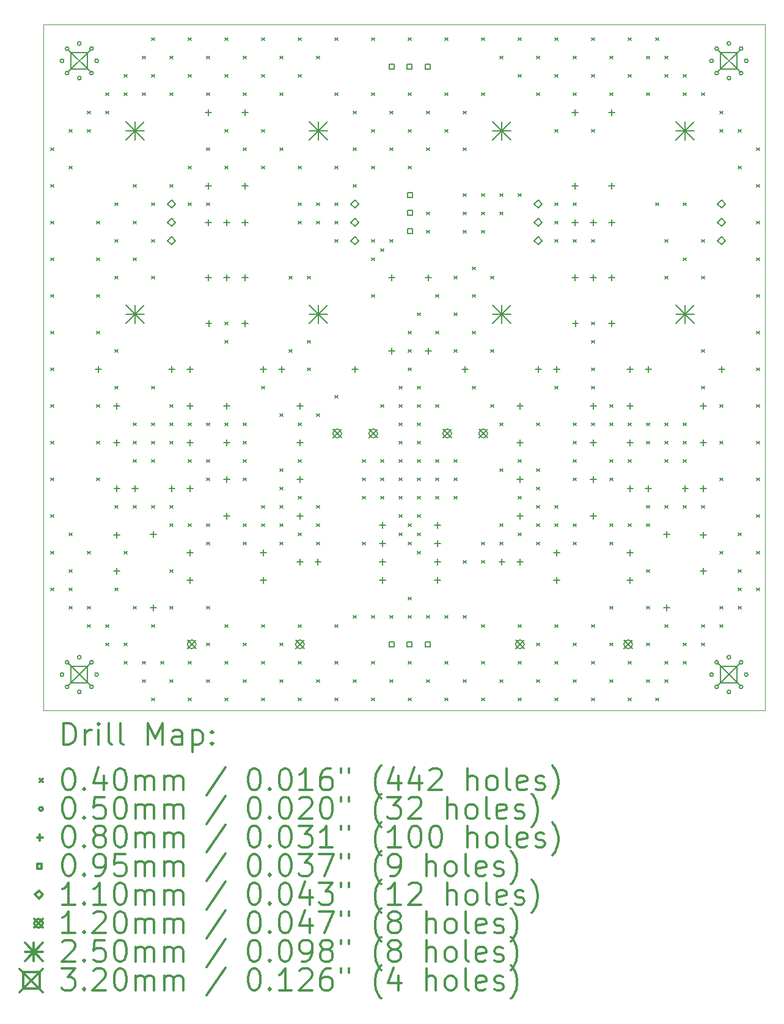
<source format=gbr>
%FSLAX45Y45*%
G04 Gerber Fmt 4.5, Leading zero omitted, Abs format (unit mm)*
G04 Created by KiCad (PCBNEW 5.1.5+dfsg1-2build2) date 2021-10-31 21:53:35*
%MOMM*%
%LPD*%
G04 APERTURE LIST*
%TA.AperFunction,Profile*%
%ADD10C,0.100000*%
%TD*%
%ADD11C,0.200000*%
%ADD12C,0.300000*%
G04 APERTURE END LIST*
D10*
X18000000Y-4500000D02*
X18000000Y-14000000D01*
X8000000Y-4500000D02*
X18000000Y-4500000D01*
X8000000Y-14000000D02*
X8000000Y-4500000D01*
X18000000Y-14000000D02*
X8000000Y-14000000D01*
D11*
X8108000Y-6203000D02*
X8148000Y-6243000D01*
X8148000Y-6203000D02*
X8108000Y-6243000D01*
X8108000Y-6711000D02*
X8148000Y-6751000D01*
X8148000Y-6711000D02*
X8108000Y-6751000D01*
X8108000Y-7219000D02*
X8148000Y-7259000D01*
X8148000Y-7219000D02*
X8108000Y-7259000D01*
X8108000Y-7727000D02*
X8148000Y-7767000D01*
X8148000Y-7727000D02*
X8108000Y-7767000D01*
X8108000Y-8235000D02*
X8148000Y-8275000D01*
X8148000Y-8235000D02*
X8108000Y-8275000D01*
X8108000Y-8743000D02*
X8148000Y-8783000D01*
X8148000Y-8743000D02*
X8108000Y-8783000D01*
X8108000Y-9251000D02*
X8148000Y-9291000D01*
X8148000Y-9251000D02*
X8108000Y-9291000D01*
X8108000Y-9759000D02*
X8148000Y-9799000D01*
X8148000Y-9759000D02*
X8108000Y-9799000D01*
X8108000Y-10267000D02*
X8148000Y-10307000D01*
X8148000Y-10267000D02*
X8108000Y-10307000D01*
X8108000Y-10775000D02*
X8148000Y-10815000D01*
X8148000Y-10775000D02*
X8108000Y-10815000D01*
X8108000Y-11283000D02*
X8148000Y-11323000D01*
X8148000Y-11283000D02*
X8108000Y-11323000D01*
X8108000Y-11791000D02*
X8148000Y-11831000D01*
X8148000Y-11791000D02*
X8108000Y-11831000D01*
X8108000Y-12299000D02*
X8148000Y-12339000D01*
X8148000Y-12299000D02*
X8108000Y-12339000D01*
X8362000Y-5949000D02*
X8402000Y-5989000D01*
X8402000Y-5949000D02*
X8362000Y-5989000D01*
X8362000Y-6457000D02*
X8402000Y-6497000D01*
X8402000Y-6457000D02*
X8362000Y-6497000D01*
X8362000Y-11537000D02*
X8402000Y-11577000D01*
X8402000Y-11537000D02*
X8362000Y-11577000D01*
X8362000Y-12045000D02*
X8402000Y-12085000D01*
X8402000Y-12045000D02*
X8362000Y-12085000D01*
X8362000Y-12299000D02*
X8402000Y-12339000D01*
X8402000Y-12299000D02*
X8362000Y-12339000D01*
X8362000Y-12553000D02*
X8402000Y-12593000D01*
X8402000Y-12553000D02*
X8362000Y-12593000D01*
X8616000Y-5695000D02*
X8656000Y-5735000D01*
X8656000Y-5695000D02*
X8616000Y-5735000D01*
X8616000Y-5949000D02*
X8656000Y-5989000D01*
X8656000Y-5949000D02*
X8616000Y-5989000D01*
X8616000Y-11791000D02*
X8656000Y-11831000D01*
X8656000Y-11791000D02*
X8616000Y-11831000D01*
X8616000Y-12553000D02*
X8656000Y-12593000D01*
X8656000Y-12553000D02*
X8616000Y-12593000D01*
X8616000Y-12807000D02*
X8656000Y-12847000D01*
X8656000Y-12807000D02*
X8616000Y-12847000D01*
X8743000Y-7219000D02*
X8783000Y-7259000D01*
X8783000Y-7219000D02*
X8743000Y-7259000D01*
X8743000Y-7727000D02*
X8783000Y-7767000D01*
X8783000Y-7727000D02*
X8743000Y-7767000D01*
X8743000Y-8235000D02*
X8783000Y-8275000D01*
X8783000Y-8235000D02*
X8743000Y-8275000D01*
X8743000Y-8743000D02*
X8783000Y-8783000D01*
X8783000Y-8743000D02*
X8743000Y-8783000D01*
X8743000Y-9759000D02*
X8783000Y-9799000D01*
X8783000Y-9759000D02*
X8743000Y-9799000D01*
X8743000Y-10267000D02*
X8783000Y-10307000D01*
X8783000Y-10267000D02*
X8743000Y-10307000D01*
X8743000Y-10775000D02*
X8783000Y-10815000D01*
X8783000Y-10775000D02*
X8743000Y-10815000D01*
X8870000Y-5441000D02*
X8910000Y-5481000D01*
X8910000Y-5441000D02*
X8870000Y-5481000D01*
X8870000Y-5695000D02*
X8910000Y-5735000D01*
X8910000Y-5695000D02*
X8870000Y-5735000D01*
X8870000Y-12807000D02*
X8910000Y-12847000D01*
X8910000Y-12807000D02*
X8870000Y-12847000D01*
X8870000Y-13061000D02*
X8910000Y-13101000D01*
X8910000Y-13061000D02*
X8870000Y-13101000D01*
X8997000Y-6965000D02*
X9037000Y-7005000D01*
X9037000Y-6965000D02*
X8997000Y-7005000D01*
X8997000Y-7473000D02*
X9037000Y-7513000D01*
X9037000Y-7473000D02*
X8997000Y-7513000D01*
X8997000Y-7981000D02*
X9037000Y-8021000D01*
X9037000Y-7981000D02*
X8997000Y-8021000D01*
X8997000Y-8997000D02*
X9037000Y-9037000D01*
X9037000Y-8997000D02*
X8997000Y-9037000D01*
X8997000Y-9505000D02*
X9037000Y-9545000D01*
X9037000Y-9505000D02*
X8997000Y-9545000D01*
X8997000Y-11156000D02*
X9037000Y-11196000D01*
X9037000Y-11156000D02*
X8997000Y-11196000D01*
X8997000Y-12299000D02*
X9037000Y-12339000D01*
X9037000Y-12299000D02*
X8997000Y-12339000D01*
X9124000Y-5187000D02*
X9164000Y-5227000D01*
X9164000Y-5187000D02*
X9124000Y-5227000D01*
X9124000Y-5441000D02*
X9164000Y-5481000D01*
X9164000Y-5441000D02*
X9124000Y-5481000D01*
X9124000Y-11791000D02*
X9164000Y-11831000D01*
X9164000Y-11791000D02*
X9124000Y-11831000D01*
X9124000Y-13061000D02*
X9164000Y-13101000D01*
X9164000Y-13061000D02*
X9124000Y-13101000D01*
X9124000Y-13315000D02*
X9164000Y-13355000D01*
X9164000Y-13315000D02*
X9124000Y-13355000D01*
X9251000Y-6711000D02*
X9291000Y-6751000D01*
X9291000Y-6711000D02*
X9251000Y-6751000D01*
X9251000Y-7219000D02*
X9291000Y-7259000D01*
X9291000Y-7219000D02*
X9251000Y-7259000D01*
X9251000Y-7727000D02*
X9291000Y-7767000D01*
X9291000Y-7727000D02*
X9251000Y-7767000D01*
X9251000Y-10013000D02*
X9291000Y-10053000D01*
X9291000Y-10013000D02*
X9251000Y-10053000D01*
X9251000Y-10267000D02*
X9291000Y-10307000D01*
X9291000Y-10267000D02*
X9251000Y-10307000D01*
X9251000Y-10521000D02*
X9291000Y-10561000D01*
X9291000Y-10521000D02*
X9251000Y-10561000D01*
X9251000Y-11156000D02*
X9291000Y-11196000D01*
X9291000Y-11156000D02*
X9251000Y-11196000D01*
X9251000Y-12553000D02*
X9291000Y-12593000D01*
X9291000Y-12553000D02*
X9251000Y-12593000D01*
X9378000Y-4933000D02*
X9418000Y-4973000D01*
X9418000Y-4933000D02*
X9378000Y-4973000D01*
X9378000Y-5441000D02*
X9418000Y-5481000D01*
X9418000Y-5441000D02*
X9378000Y-5481000D01*
X9378000Y-13315000D02*
X9418000Y-13355000D01*
X9418000Y-13315000D02*
X9378000Y-13355000D01*
X9378000Y-13569000D02*
X9418000Y-13609000D01*
X9418000Y-13569000D02*
X9378000Y-13609000D01*
X9505000Y-4679000D02*
X9545000Y-4719000D01*
X9545000Y-4679000D02*
X9505000Y-4719000D01*
X9505000Y-5187000D02*
X9545000Y-5227000D01*
X9545000Y-5187000D02*
X9505000Y-5227000D01*
X9505000Y-6965000D02*
X9545000Y-7005000D01*
X9545000Y-6965000D02*
X9505000Y-7005000D01*
X9505000Y-7473000D02*
X9545000Y-7513000D01*
X9545000Y-7473000D02*
X9505000Y-7513000D01*
X9505000Y-7981000D02*
X9545000Y-8021000D01*
X9545000Y-7981000D02*
X9505000Y-8021000D01*
X9505000Y-9505000D02*
X9545000Y-9545000D01*
X9545000Y-9505000D02*
X9505000Y-9545000D01*
X9505000Y-10013000D02*
X9545000Y-10053000D01*
X9545000Y-10013000D02*
X9505000Y-10053000D01*
X9505000Y-10267000D02*
X9545000Y-10307000D01*
X9545000Y-10267000D02*
X9505000Y-10307000D01*
X9505000Y-10521000D02*
X9545000Y-10561000D01*
X9545000Y-10521000D02*
X9505000Y-10561000D01*
X9505000Y-11156000D02*
X9545000Y-11196000D01*
X9545000Y-11156000D02*
X9505000Y-11196000D01*
X9505000Y-12807000D02*
X9545000Y-12847000D01*
X9545000Y-12807000D02*
X9505000Y-12847000D01*
X9505000Y-13823000D02*
X9545000Y-13863000D01*
X9545000Y-13823000D02*
X9505000Y-13863000D01*
X9632000Y-13315000D02*
X9672000Y-13355000D01*
X9672000Y-13315000D02*
X9632000Y-13355000D01*
X9759000Y-4933000D02*
X9799000Y-4973000D01*
X9799000Y-4933000D02*
X9759000Y-4973000D01*
X9759000Y-5441000D02*
X9799000Y-5481000D01*
X9799000Y-5441000D02*
X9759000Y-5481000D01*
X9759000Y-6711000D02*
X9799000Y-6751000D01*
X9799000Y-6711000D02*
X9759000Y-6751000D01*
X9759000Y-9759000D02*
X9799000Y-9799000D01*
X9799000Y-9759000D02*
X9759000Y-9799000D01*
X9759000Y-10013000D02*
X9799000Y-10053000D01*
X9799000Y-10013000D02*
X9759000Y-10053000D01*
X9759000Y-10267000D02*
X9799000Y-10307000D01*
X9799000Y-10267000D02*
X9759000Y-10307000D01*
X9759000Y-11156000D02*
X9799000Y-11196000D01*
X9799000Y-11156000D02*
X9759000Y-11196000D01*
X9759000Y-11410000D02*
X9799000Y-11450000D01*
X9799000Y-11410000D02*
X9759000Y-11450000D01*
X9759000Y-12045000D02*
X9799000Y-12085000D01*
X9799000Y-12045000D02*
X9759000Y-12085000D01*
X9759000Y-12553000D02*
X9799000Y-12593000D01*
X9799000Y-12553000D02*
X9759000Y-12593000D01*
X9759000Y-13569000D02*
X9799000Y-13609000D01*
X9799000Y-13569000D02*
X9759000Y-13609000D01*
X10013000Y-4679000D02*
X10053000Y-4719000D01*
X10053000Y-4679000D02*
X10013000Y-4719000D01*
X10013000Y-5187000D02*
X10053000Y-5227000D01*
X10053000Y-5187000D02*
X10013000Y-5227000D01*
X10013000Y-6457000D02*
X10053000Y-6497000D01*
X10053000Y-6457000D02*
X10013000Y-6497000D01*
X10013000Y-6965000D02*
X10053000Y-7005000D01*
X10053000Y-6965000D02*
X10013000Y-7005000D01*
X10013000Y-10013000D02*
X10053000Y-10053000D01*
X10053000Y-10013000D02*
X10013000Y-10053000D01*
X10013000Y-10521000D02*
X10053000Y-10561000D01*
X10053000Y-10521000D02*
X10013000Y-10561000D01*
X10013000Y-11410000D02*
X10053000Y-11450000D01*
X10053000Y-11410000D02*
X10013000Y-11450000D01*
X10013000Y-13315000D02*
X10053000Y-13355000D01*
X10053000Y-13315000D02*
X10013000Y-13355000D01*
X10013000Y-13823000D02*
X10053000Y-13863000D01*
X10053000Y-13823000D02*
X10013000Y-13863000D01*
X10267000Y-4933000D02*
X10307000Y-4973000D01*
X10307000Y-4933000D02*
X10267000Y-4973000D01*
X10267000Y-5441000D02*
X10307000Y-5481000D01*
X10307000Y-5441000D02*
X10267000Y-5481000D01*
X10267000Y-6203000D02*
X10307000Y-6243000D01*
X10307000Y-6203000D02*
X10267000Y-6243000D01*
X10267000Y-6965000D02*
X10307000Y-7005000D01*
X10307000Y-6965000D02*
X10267000Y-7005000D01*
X10267000Y-10013000D02*
X10307000Y-10053000D01*
X10307000Y-10013000D02*
X10267000Y-10053000D01*
X10267000Y-10521000D02*
X10307000Y-10561000D01*
X10307000Y-10521000D02*
X10267000Y-10561000D01*
X10267000Y-10775000D02*
X10307000Y-10815000D01*
X10307000Y-10775000D02*
X10267000Y-10815000D01*
X10267000Y-11410000D02*
X10307000Y-11450000D01*
X10307000Y-11410000D02*
X10267000Y-11450000D01*
X10267000Y-11664000D02*
X10307000Y-11704000D01*
X10307000Y-11664000D02*
X10267000Y-11704000D01*
X10267000Y-12553000D02*
X10307000Y-12593000D01*
X10307000Y-12553000D02*
X10267000Y-12593000D01*
X10267000Y-13061000D02*
X10307000Y-13101000D01*
X10307000Y-13061000D02*
X10267000Y-13101000D01*
X10267000Y-13569000D02*
X10307000Y-13609000D01*
X10307000Y-13569000D02*
X10267000Y-13609000D01*
X10521000Y-4679000D02*
X10561000Y-4719000D01*
X10561000Y-4679000D02*
X10521000Y-4719000D01*
X10521000Y-5187000D02*
X10561000Y-5227000D01*
X10561000Y-5187000D02*
X10521000Y-5227000D01*
X10521000Y-5949000D02*
X10561000Y-5989000D01*
X10561000Y-5949000D02*
X10521000Y-5989000D01*
X10521000Y-6457000D02*
X10561000Y-6497000D01*
X10561000Y-6457000D02*
X10521000Y-6497000D01*
X10521000Y-8616000D02*
X10561000Y-8656000D01*
X10561000Y-8616000D02*
X10521000Y-8656000D01*
X10521000Y-8870000D02*
X10561000Y-8910000D01*
X10561000Y-8870000D02*
X10521000Y-8910000D01*
X10521000Y-10013000D02*
X10561000Y-10053000D01*
X10561000Y-10013000D02*
X10521000Y-10053000D01*
X10521000Y-12807000D02*
X10561000Y-12847000D01*
X10561000Y-12807000D02*
X10521000Y-12847000D01*
X10521000Y-13315000D02*
X10561000Y-13355000D01*
X10561000Y-13315000D02*
X10521000Y-13355000D01*
X10521000Y-13823000D02*
X10561000Y-13863000D01*
X10561000Y-13823000D02*
X10521000Y-13863000D01*
X10775000Y-4933000D02*
X10815000Y-4973000D01*
X10815000Y-4933000D02*
X10775000Y-4973000D01*
X10775000Y-5441000D02*
X10815000Y-5481000D01*
X10815000Y-5441000D02*
X10775000Y-5481000D01*
X10775000Y-6203000D02*
X10815000Y-6243000D01*
X10815000Y-6203000D02*
X10775000Y-6243000D01*
X10775000Y-10013000D02*
X10815000Y-10053000D01*
X10815000Y-10013000D02*
X10775000Y-10053000D01*
X10775000Y-10267000D02*
X10815000Y-10307000D01*
X10815000Y-10267000D02*
X10775000Y-10307000D01*
X10775000Y-10521000D02*
X10815000Y-10561000D01*
X10815000Y-10521000D02*
X10775000Y-10561000D01*
X10775000Y-10775000D02*
X10815000Y-10815000D01*
X10815000Y-10775000D02*
X10775000Y-10815000D01*
X10775000Y-11410000D02*
X10815000Y-11450000D01*
X10815000Y-11410000D02*
X10775000Y-11450000D01*
X10775000Y-11664000D02*
X10815000Y-11704000D01*
X10815000Y-11664000D02*
X10775000Y-11704000D01*
X10775000Y-13061000D02*
X10815000Y-13101000D01*
X10815000Y-13061000D02*
X10775000Y-13101000D01*
X10775000Y-13569000D02*
X10815000Y-13609000D01*
X10815000Y-13569000D02*
X10775000Y-13609000D01*
X11029000Y-4679000D02*
X11069000Y-4719000D01*
X11069000Y-4679000D02*
X11029000Y-4719000D01*
X11029000Y-5187000D02*
X11069000Y-5227000D01*
X11069000Y-5187000D02*
X11029000Y-5227000D01*
X11029000Y-5949000D02*
X11069000Y-5989000D01*
X11069000Y-5949000D02*
X11029000Y-5989000D01*
X11029000Y-6457000D02*
X11069000Y-6497000D01*
X11069000Y-6457000D02*
X11029000Y-6497000D01*
X11029000Y-9505000D02*
X11069000Y-9545000D01*
X11069000Y-9505000D02*
X11029000Y-9545000D01*
X11029000Y-11156000D02*
X11069000Y-11196000D01*
X11069000Y-11156000D02*
X11029000Y-11196000D01*
X11029000Y-11410000D02*
X11069000Y-11450000D01*
X11069000Y-11410000D02*
X11029000Y-11450000D01*
X11029000Y-12807000D02*
X11069000Y-12847000D01*
X11069000Y-12807000D02*
X11029000Y-12847000D01*
X11029000Y-13315000D02*
X11069000Y-13355000D01*
X11069000Y-13315000D02*
X11029000Y-13355000D01*
X11029000Y-13823000D02*
X11069000Y-13863000D01*
X11069000Y-13823000D02*
X11029000Y-13863000D01*
X11283000Y-4933000D02*
X11323000Y-4973000D01*
X11323000Y-4933000D02*
X11283000Y-4973000D01*
X11283000Y-5441000D02*
X11323000Y-5481000D01*
X11323000Y-5441000D02*
X11283000Y-5481000D01*
X11283000Y-6203000D02*
X11323000Y-6243000D01*
X11323000Y-6203000D02*
X11283000Y-6243000D01*
X11283000Y-9886000D02*
X11323000Y-9926000D01*
X11323000Y-9886000D02*
X11283000Y-9926000D01*
X11283000Y-10648000D02*
X11323000Y-10688000D01*
X11323000Y-10648000D02*
X11283000Y-10688000D01*
X11283000Y-10902000D02*
X11323000Y-10942000D01*
X11323000Y-10902000D02*
X11283000Y-10942000D01*
X11283000Y-11156000D02*
X11323000Y-11196000D01*
X11323000Y-11156000D02*
X11283000Y-11196000D01*
X11283000Y-11410000D02*
X11323000Y-11450000D01*
X11323000Y-11410000D02*
X11283000Y-11450000D01*
X11283000Y-11664000D02*
X11323000Y-11704000D01*
X11323000Y-11664000D02*
X11283000Y-11704000D01*
X11283000Y-13061000D02*
X11323000Y-13101000D01*
X11323000Y-13061000D02*
X11283000Y-13101000D01*
X11283000Y-13569000D02*
X11323000Y-13609000D01*
X11323000Y-13569000D02*
X11283000Y-13609000D01*
X11410000Y-7981000D02*
X11450000Y-8021000D01*
X11450000Y-7981000D02*
X11410000Y-8021000D01*
X11410000Y-8997000D02*
X11450000Y-9037000D01*
X11450000Y-8997000D02*
X11410000Y-9037000D01*
X11537000Y-4679000D02*
X11577000Y-4719000D01*
X11577000Y-4679000D02*
X11537000Y-4719000D01*
X11537000Y-5187000D02*
X11577000Y-5227000D01*
X11577000Y-5187000D02*
X11537000Y-5227000D01*
X11537000Y-6457000D02*
X11577000Y-6497000D01*
X11577000Y-6457000D02*
X11537000Y-6497000D01*
X11537000Y-6965000D02*
X11577000Y-7005000D01*
X11577000Y-6965000D02*
X11537000Y-7005000D01*
X11537000Y-7219000D02*
X11577000Y-7259000D01*
X11577000Y-7219000D02*
X11537000Y-7259000D01*
X11537000Y-10013000D02*
X11577000Y-10053000D01*
X11577000Y-10013000D02*
X11537000Y-10053000D01*
X11537000Y-10521000D02*
X11577000Y-10561000D01*
X11577000Y-10521000D02*
X11537000Y-10561000D01*
X11537000Y-11029000D02*
X11577000Y-11069000D01*
X11577000Y-11029000D02*
X11537000Y-11069000D01*
X11537000Y-11537000D02*
X11577000Y-11577000D01*
X11577000Y-11537000D02*
X11537000Y-11577000D01*
X11537000Y-12807000D02*
X11577000Y-12847000D01*
X11577000Y-12807000D02*
X11537000Y-12847000D01*
X11537000Y-13315000D02*
X11577000Y-13355000D01*
X11577000Y-13315000D02*
X11537000Y-13355000D01*
X11537000Y-13823000D02*
X11577000Y-13863000D01*
X11577000Y-13823000D02*
X11537000Y-13863000D01*
X11664000Y-7981000D02*
X11704000Y-8021000D01*
X11704000Y-7981000D02*
X11664000Y-8021000D01*
X11664000Y-8870000D02*
X11704000Y-8910000D01*
X11704000Y-8870000D02*
X11664000Y-8910000D01*
X11664000Y-9251000D02*
X11704000Y-9291000D01*
X11704000Y-9251000D02*
X11664000Y-9291000D01*
X11791000Y-4933000D02*
X11831000Y-4973000D01*
X11831000Y-4933000D02*
X11791000Y-4973000D01*
X11791000Y-6965000D02*
X11831000Y-7005000D01*
X11831000Y-6965000D02*
X11791000Y-7005000D01*
X11791000Y-7219000D02*
X11831000Y-7259000D01*
X11831000Y-7219000D02*
X11791000Y-7259000D01*
X11791000Y-9886000D02*
X11831000Y-9926000D01*
X11831000Y-9886000D02*
X11791000Y-9926000D01*
X11791000Y-11156000D02*
X11831000Y-11196000D01*
X11831000Y-11156000D02*
X11791000Y-11196000D01*
X11791000Y-11410000D02*
X11831000Y-11450000D01*
X11831000Y-11410000D02*
X11791000Y-11450000D01*
X11791000Y-11664000D02*
X11831000Y-11704000D01*
X11831000Y-11664000D02*
X11791000Y-11704000D01*
X11791000Y-13569000D02*
X11831000Y-13609000D01*
X11831000Y-13569000D02*
X11791000Y-13609000D01*
X12045000Y-4679000D02*
X12085000Y-4719000D01*
X12085000Y-4679000D02*
X12045000Y-4719000D01*
X12045000Y-5441000D02*
X12085000Y-5481000D01*
X12085000Y-5441000D02*
X12045000Y-5481000D01*
X12045000Y-6457000D02*
X12085000Y-6497000D01*
X12085000Y-6457000D02*
X12045000Y-6497000D01*
X12045000Y-6965000D02*
X12085000Y-7005000D01*
X12085000Y-6965000D02*
X12045000Y-7005000D01*
X12045000Y-7219000D02*
X12085000Y-7259000D01*
X12085000Y-7219000D02*
X12045000Y-7259000D01*
X12045000Y-7473000D02*
X12085000Y-7513000D01*
X12085000Y-7473000D02*
X12045000Y-7513000D01*
X12045000Y-9632000D02*
X12085000Y-9672000D01*
X12085000Y-9632000D02*
X12045000Y-9672000D01*
X12045000Y-12807000D02*
X12085000Y-12847000D01*
X12085000Y-12807000D02*
X12045000Y-12847000D01*
X12045000Y-13315000D02*
X12085000Y-13355000D01*
X12085000Y-13315000D02*
X12045000Y-13355000D01*
X12045000Y-13823000D02*
X12085000Y-13863000D01*
X12085000Y-13823000D02*
X12045000Y-13863000D01*
X12299000Y-5695000D02*
X12339000Y-5735000D01*
X12339000Y-5695000D02*
X12299000Y-5735000D01*
X12299000Y-6203000D02*
X12339000Y-6243000D01*
X12339000Y-6203000D02*
X12299000Y-6243000D01*
X12299000Y-6711000D02*
X12339000Y-6751000D01*
X12339000Y-6711000D02*
X12299000Y-6751000D01*
X12299000Y-12680000D02*
X12339000Y-12720000D01*
X12339000Y-12680000D02*
X12299000Y-12720000D01*
X12299000Y-13569000D02*
X12339000Y-13609000D01*
X12339000Y-13569000D02*
X12299000Y-13609000D01*
X12426000Y-10521000D02*
X12466000Y-10561000D01*
X12466000Y-10521000D02*
X12426000Y-10561000D01*
X12426000Y-10775000D02*
X12466000Y-10815000D01*
X12466000Y-10775000D02*
X12426000Y-10815000D01*
X12426000Y-11029000D02*
X12466000Y-11069000D01*
X12466000Y-11029000D02*
X12426000Y-11069000D01*
X12426000Y-11664000D02*
X12466000Y-11704000D01*
X12466000Y-11664000D02*
X12426000Y-11704000D01*
X12553000Y-4679000D02*
X12593000Y-4719000D01*
X12593000Y-4679000D02*
X12553000Y-4719000D01*
X12553000Y-5441000D02*
X12593000Y-5481000D01*
X12593000Y-5441000D02*
X12553000Y-5481000D01*
X12553000Y-5949000D02*
X12593000Y-5989000D01*
X12593000Y-5949000D02*
X12553000Y-5989000D01*
X12553000Y-6457000D02*
X12593000Y-6497000D01*
X12593000Y-6457000D02*
X12553000Y-6497000D01*
X12553000Y-7473000D02*
X12593000Y-7513000D01*
X12593000Y-7473000D02*
X12553000Y-7513000D01*
X12553000Y-7727000D02*
X12593000Y-7767000D01*
X12593000Y-7727000D02*
X12553000Y-7767000D01*
X12553000Y-8235000D02*
X12593000Y-8275000D01*
X12593000Y-8235000D02*
X12553000Y-8275000D01*
X12553000Y-12680000D02*
X12593000Y-12720000D01*
X12593000Y-12680000D02*
X12553000Y-12720000D01*
X12553000Y-13315000D02*
X12593000Y-13355000D01*
X12593000Y-13315000D02*
X12553000Y-13355000D01*
X12553000Y-13823000D02*
X12593000Y-13863000D01*
X12593000Y-13823000D02*
X12553000Y-13863000D01*
X12680000Y-7600000D02*
X12720000Y-7640000D01*
X12720000Y-7600000D02*
X12680000Y-7640000D01*
X12680000Y-9759000D02*
X12720000Y-9799000D01*
X12720000Y-9759000D02*
X12680000Y-9799000D01*
X12680000Y-10521000D02*
X12720000Y-10561000D01*
X12720000Y-10521000D02*
X12680000Y-10561000D01*
X12680000Y-10775000D02*
X12720000Y-10815000D01*
X12720000Y-10775000D02*
X12680000Y-10815000D01*
X12680000Y-11029000D02*
X12720000Y-11069000D01*
X12720000Y-11029000D02*
X12680000Y-11069000D01*
X12807000Y-5695000D02*
X12847000Y-5735000D01*
X12847000Y-5695000D02*
X12807000Y-5735000D01*
X12807000Y-6203000D02*
X12847000Y-6243000D01*
X12847000Y-6203000D02*
X12807000Y-6243000D01*
X12807000Y-7473000D02*
X12847000Y-7513000D01*
X12847000Y-7473000D02*
X12807000Y-7513000D01*
X12807000Y-12680000D02*
X12847000Y-12720000D01*
X12847000Y-12680000D02*
X12807000Y-12720000D01*
X12807000Y-13569000D02*
X12847000Y-13609000D01*
X12847000Y-13569000D02*
X12807000Y-13609000D01*
X12934000Y-9505000D02*
X12974000Y-9545000D01*
X12974000Y-9505000D02*
X12934000Y-9545000D01*
X12934000Y-9759000D02*
X12974000Y-9799000D01*
X12974000Y-9759000D02*
X12934000Y-9799000D01*
X12934000Y-10013000D02*
X12974000Y-10053000D01*
X12974000Y-10013000D02*
X12934000Y-10053000D01*
X12934000Y-10267000D02*
X12974000Y-10307000D01*
X12974000Y-10267000D02*
X12934000Y-10307000D01*
X12934000Y-10521000D02*
X12974000Y-10561000D01*
X12974000Y-10521000D02*
X12934000Y-10561000D01*
X12934000Y-10775000D02*
X12974000Y-10815000D01*
X12974000Y-10775000D02*
X12934000Y-10815000D01*
X12934000Y-11029000D02*
X12974000Y-11069000D01*
X12974000Y-11029000D02*
X12934000Y-11069000D01*
X12934000Y-11283000D02*
X12974000Y-11323000D01*
X12974000Y-11283000D02*
X12934000Y-11323000D01*
X12934000Y-11537000D02*
X12974000Y-11577000D01*
X12974000Y-11537000D02*
X12934000Y-11577000D01*
X13061000Y-4679000D02*
X13101000Y-4719000D01*
X13101000Y-4679000D02*
X13061000Y-4719000D01*
X13061000Y-5441000D02*
X13101000Y-5481000D01*
X13101000Y-5441000D02*
X13061000Y-5481000D01*
X13061000Y-5949000D02*
X13101000Y-5989000D01*
X13101000Y-5949000D02*
X13061000Y-5989000D01*
X13061000Y-6457000D02*
X13101000Y-6497000D01*
X13101000Y-6457000D02*
X13061000Y-6497000D01*
X13061000Y-8743000D02*
X13101000Y-8783000D01*
X13101000Y-8743000D02*
X13061000Y-8783000D01*
X13061000Y-8997000D02*
X13101000Y-9037000D01*
X13101000Y-8997000D02*
X13061000Y-9037000D01*
X13061000Y-9251000D02*
X13101000Y-9291000D01*
X13101000Y-9251000D02*
X13061000Y-9291000D01*
X13061000Y-11410000D02*
X13101000Y-11450000D01*
X13101000Y-11410000D02*
X13061000Y-11450000D01*
X13061000Y-11664000D02*
X13101000Y-11704000D01*
X13101000Y-11664000D02*
X13061000Y-11704000D01*
X13061000Y-12426000D02*
X13101000Y-12466000D01*
X13101000Y-12426000D02*
X13061000Y-12466000D01*
X13061000Y-12680000D02*
X13101000Y-12720000D01*
X13101000Y-12680000D02*
X13061000Y-12720000D01*
X13061000Y-13315000D02*
X13101000Y-13355000D01*
X13101000Y-13315000D02*
X13061000Y-13355000D01*
X13061000Y-13823000D02*
X13101000Y-13863000D01*
X13101000Y-13823000D02*
X13061000Y-13863000D01*
X13188000Y-8489000D02*
X13228000Y-8529000D01*
X13228000Y-8489000D02*
X13188000Y-8529000D01*
X13188000Y-9505000D02*
X13228000Y-9545000D01*
X13228000Y-9505000D02*
X13188000Y-9545000D01*
X13188000Y-9759000D02*
X13228000Y-9799000D01*
X13228000Y-9759000D02*
X13188000Y-9799000D01*
X13188000Y-10013000D02*
X13228000Y-10053000D01*
X13228000Y-10013000D02*
X13188000Y-10053000D01*
X13188000Y-10267000D02*
X13228000Y-10307000D01*
X13228000Y-10267000D02*
X13188000Y-10307000D01*
X13188000Y-10521000D02*
X13228000Y-10561000D01*
X13228000Y-10521000D02*
X13188000Y-10561000D01*
X13188000Y-10775000D02*
X13228000Y-10815000D01*
X13228000Y-10775000D02*
X13188000Y-10815000D01*
X13188000Y-11029000D02*
X13228000Y-11069000D01*
X13228000Y-11029000D02*
X13188000Y-11069000D01*
X13188000Y-11283000D02*
X13228000Y-11323000D01*
X13228000Y-11283000D02*
X13188000Y-11323000D01*
X13188000Y-11537000D02*
X13228000Y-11577000D01*
X13228000Y-11537000D02*
X13188000Y-11577000D01*
X13188000Y-11791000D02*
X13228000Y-11831000D01*
X13228000Y-11791000D02*
X13188000Y-11831000D01*
X13315000Y-5695000D02*
X13355000Y-5735000D01*
X13355000Y-5695000D02*
X13315000Y-5735000D01*
X13315000Y-6203000D02*
X13355000Y-6243000D01*
X13355000Y-6203000D02*
X13315000Y-6243000D01*
X13315000Y-7092000D02*
X13355000Y-7132000D01*
X13355000Y-7092000D02*
X13315000Y-7132000D01*
X13315000Y-7346000D02*
X13355000Y-7386000D01*
X13355000Y-7346000D02*
X13315000Y-7386000D01*
X13315000Y-12680000D02*
X13355000Y-12720000D01*
X13355000Y-12680000D02*
X13315000Y-12720000D01*
X13315000Y-13569000D02*
X13355000Y-13609000D01*
X13355000Y-13569000D02*
X13315000Y-13609000D01*
X13442000Y-8235000D02*
X13482000Y-8275000D01*
X13482000Y-8235000D02*
X13442000Y-8275000D01*
X13442000Y-8743000D02*
X13482000Y-8783000D01*
X13482000Y-8743000D02*
X13442000Y-8783000D01*
X13442000Y-9759000D02*
X13482000Y-9799000D01*
X13482000Y-9759000D02*
X13442000Y-9799000D01*
X13442000Y-10521000D02*
X13482000Y-10561000D01*
X13482000Y-10521000D02*
X13442000Y-10561000D01*
X13442000Y-10775000D02*
X13482000Y-10815000D01*
X13482000Y-10775000D02*
X13442000Y-10815000D01*
X13442000Y-11029000D02*
X13482000Y-11069000D01*
X13482000Y-11029000D02*
X13442000Y-11069000D01*
X13569000Y-4679000D02*
X13609000Y-4719000D01*
X13609000Y-4679000D02*
X13569000Y-4719000D01*
X13569000Y-5441000D02*
X13609000Y-5481000D01*
X13609000Y-5441000D02*
X13569000Y-5481000D01*
X13569000Y-5949000D02*
X13609000Y-5989000D01*
X13609000Y-5949000D02*
X13569000Y-5989000D01*
X13569000Y-12680000D02*
X13609000Y-12720000D01*
X13609000Y-12680000D02*
X13569000Y-12720000D01*
X13569000Y-13315000D02*
X13609000Y-13355000D01*
X13609000Y-13315000D02*
X13569000Y-13355000D01*
X13569000Y-13823000D02*
X13609000Y-13863000D01*
X13609000Y-13823000D02*
X13569000Y-13863000D01*
X13696000Y-7981000D02*
X13736000Y-8021000D01*
X13736000Y-7981000D02*
X13696000Y-8021000D01*
X13696000Y-8489000D02*
X13736000Y-8529000D01*
X13736000Y-8489000D02*
X13696000Y-8529000D01*
X13696000Y-8997000D02*
X13736000Y-9037000D01*
X13736000Y-8997000D02*
X13696000Y-9037000D01*
X13696000Y-10521000D02*
X13736000Y-10561000D01*
X13736000Y-10521000D02*
X13696000Y-10561000D01*
X13696000Y-10775000D02*
X13736000Y-10815000D01*
X13736000Y-10775000D02*
X13696000Y-10815000D01*
X13696000Y-11029000D02*
X13736000Y-11069000D01*
X13736000Y-11029000D02*
X13696000Y-11069000D01*
X13823000Y-5695000D02*
X13863000Y-5735000D01*
X13863000Y-5695000D02*
X13823000Y-5735000D01*
X13823000Y-6203000D02*
X13863000Y-6243000D01*
X13863000Y-6203000D02*
X13823000Y-6243000D01*
X13823000Y-6838000D02*
X13863000Y-6878000D01*
X13863000Y-6838000D02*
X13823000Y-6878000D01*
X13823000Y-7092000D02*
X13863000Y-7132000D01*
X13863000Y-7092000D02*
X13823000Y-7132000D01*
X13823000Y-7346000D02*
X13863000Y-7386000D01*
X13863000Y-7346000D02*
X13823000Y-7386000D01*
X13823000Y-11918000D02*
X13863000Y-11958000D01*
X13863000Y-11918000D02*
X13823000Y-11958000D01*
X13823000Y-12680000D02*
X13863000Y-12720000D01*
X13863000Y-12680000D02*
X13823000Y-12720000D01*
X13823000Y-13569000D02*
X13863000Y-13609000D01*
X13863000Y-13569000D02*
X13823000Y-13609000D01*
X13950000Y-7854000D02*
X13990000Y-7894000D01*
X13990000Y-7854000D02*
X13950000Y-7894000D01*
X13950000Y-8235000D02*
X13990000Y-8275000D01*
X13990000Y-8235000D02*
X13950000Y-8275000D01*
X13950000Y-8743000D02*
X13990000Y-8783000D01*
X13990000Y-8743000D02*
X13950000Y-8783000D01*
X13950000Y-9505000D02*
X13990000Y-9545000D01*
X13990000Y-9505000D02*
X13950000Y-9545000D01*
X14077000Y-4679000D02*
X14117000Y-4719000D01*
X14117000Y-4679000D02*
X14077000Y-4719000D01*
X14077000Y-5441000D02*
X14117000Y-5481000D01*
X14117000Y-5441000D02*
X14077000Y-5481000D01*
X14077000Y-6838000D02*
X14117000Y-6878000D01*
X14117000Y-6838000D02*
X14077000Y-6878000D01*
X14077000Y-7092000D02*
X14117000Y-7132000D01*
X14117000Y-7092000D02*
X14077000Y-7132000D01*
X14077000Y-7346000D02*
X14117000Y-7386000D01*
X14117000Y-7346000D02*
X14077000Y-7386000D01*
X14077000Y-11664000D02*
X14117000Y-11704000D01*
X14117000Y-11664000D02*
X14077000Y-11704000D01*
X14077000Y-11918000D02*
X14117000Y-11958000D01*
X14117000Y-11918000D02*
X14077000Y-11958000D01*
X14077000Y-12807000D02*
X14117000Y-12847000D01*
X14117000Y-12807000D02*
X14077000Y-12847000D01*
X14077000Y-13315000D02*
X14117000Y-13355000D01*
X14117000Y-13315000D02*
X14077000Y-13355000D01*
X14077000Y-13823000D02*
X14117000Y-13863000D01*
X14117000Y-13823000D02*
X14077000Y-13863000D01*
X14204000Y-7981000D02*
X14244000Y-8021000D01*
X14244000Y-7981000D02*
X14204000Y-8021000D01*
X14204000Y-8997000D02*
X14244000Y-9037000D01*
X14244000Y-8997000D02*
X14204000Y-9037000D01*
X14204000Y-9759000D02*
X14244000Y-9799000D01*
X14244000Y-9759000D02*
X14204000Y-9799000D01*
X14331000Y-4933000D02*
X14371000Y-4973000D01*
X14371000Y-4933000D02*
X14331000Y-4973000D01*
X14331000Y-6838000D02*
X14371000Y-6878000D01*
X14371000Y-6838000D02*
X14331000Y-6878000D01*
X14331000Y-7092000D02*
X14371000Y-7132000D01*
X14371000Y-7092000D02*
X14331000Y-7132000D01*
X14331000Y-10013000D02*
X14371000Y-10053000D01*
X14371000Y-10013000D02*
X14331000Y-10053000D01*
X14331000Y-10648000D02*
X14371000Y-10688000D01*
X14371000Y-10648000D02*
X14331000Y-10688000D01*
X14331000Y-11410000D02*
X14371000Y-11450000D01*
X14371000Y-11410000D02*
X14331000Y-11450000D01*
X14331000Y-11664000D02*
X14371000Y-11704000D01*
X14371000Y-11664000D02*
X14331000Y-11704000D01*
X14331000Y-13569000D02*
X14371000Y-13609000D01*
X14371000Y-13569000D02*
X14331000Y-13609000D01*
X14585000Y-4679000D02*
X14625000Y-4719000D01*
X14625000Y-4679000D02*
X14585000Y-4719000D01*
X14585000Y-5187000D02*
X14625000Y-5227000D01*
X14625000Y-5187000D02*
X14585000Y-5227000D01*
X14585000Y-6838000D02*
X14625000Y-6878000D01*
X14625000Y-6838000D02*
X14585000Y-6878000D01*
X14585000Y-10521000D02*
X14625000Y-10561000D01*
X14625000Y-10521000D02*
X14585000Y-10561000D01*
X14585000Y-11029000D02*
X14625000Y-11069000D01*
X14625000Y-11029000D02*
X14585000Y-11069000D01*
X14585000Y-11537000D02*
X14625000Y-11577000D01*
X14625000Y-11537000D02*
X14585000Y-11577000D01*
X14585000Y-12807000D02*
X14625000Y-12847000D01*
X14625000Y-12807000D02*
X14585000Y-12847000D01*
X14585000Y-13315000D02*
X14625000Y-13355000D01*
X14625000Y-13315000D02*
X14585000Y-13355000D01*
X14585000Y-13823000D02*
X14625000Y-13863000D01*
X14625000Y-13823000D02*
X14585000Y-13863000D01*
X14839000Y-4933000D02*
X14879000Y-4973000D01*
X14879000Y-4933000D02*
X14839000Y-4973000D01*
X14839000Y-5441000D02*
X14879000Y-5481000D01*
X14879000Y-5441000D02*
X14839000Y-5481000D01*
X14839000Y-10013000D02*
X14879000Y-10053000D01*
X14879000Y-10013000D02*
X14839000Y-10053000D01*
X14839000Y-10648000D02*
X14879000Y-10688000D01*
X14879000Y-10648000D02*
X14839000Y-10688000D01*
X14839000Y-10902000D02*
X14879000Y-10942000D01*
X14879000Y-10902000D02*
X14839000Y-10942000D01*
X14839000Y-11156000D02*
X14879000Y-11196000D01*
X14879000Y-11156000D02*
X14839000Y-11196000D01*
X14839000Y-11410000D02*
X14879000Y-11450000D01*
X14879000Y-11410000D02*
X14839000Y-11450000D01*
X14839000Y-11664000D02*
X14879000Y-11704000D01*
X14879000Y-11664000D02*
X14839000Y-11704000D01*
X14839000Y-13061000D02*
X14879000Y-13101000D01*
X14879000Y-13061000D02*
X14839000Y-13101000D01*
X14839000Y-13569000D02*
X14879000Y-13609000D01*
X14879000Y-13569000D02*
X14839000Y-13609000D01*
X15093000Y-4679000D02*
X15133000Y-4719000D01*
X15133000Y-4679000D02*
X15093000Y-4719000D01*
X15093000Y-5187000D02*
X15133000Y-5227000D01*
X15133000Y-5187000D02*
X15093000Y-5227000D01*
X15093000Y-5949000D02*
X15133000Y-5989000D01*
X15133000Y-5949000D02*
X15093000Y-5989000D01*
X15093000Y-6965000D02*
X15133000Y-7005000D01*
X15133000Y-6965000D02*
X15093000Y-7005000D01*
X15093000Y-7219000D02*
X15133000Y-7259000D01*
X15133000Y-7219000D02*
X15093000Y-7259000D01*
X15093000Y-7473000D02*
X15133000Y-7513000D01*
X15133000Y-7473000D02*
X15093000Y-7513000D01*
X15093000Y-9505000D02*
X15133000Y-9545000D01*
X15133000Y-9505000D02*
X15093000Y-9545000D01*
X15093000Y-11156000D02*
X15133000Y-11196000D01*
X15133000Y-11156000D02*
X15093000Y-11196000D01*
X15093000Y-11410000D02*
X15133000Y-11450000D01*
X15133000Y-11410000D02*
X15093000Y-11450000D01*
X15093000Y-12807000D02*
X15133000Y-12847000D01*
X15133000Y-12807000D02*
X15093000Y-12847000D01*
X15093000Y-13315000D02*
X15133000Y-13355000D01*
X15133000Y-13315000D02*
X15093000Y-13355000D01*
X15093000Y-13823000D02*
X15133000Y-13863000D01*
X15133000Y-13823000D02*
X15093000Y-13863000D01*
X15347000Y-4933000D02*
X15387000Y-4973000D01*
X15387000Y-4933000D02*
X15347000Y-4973000D01*
X15347000Y-5441000D02*
X15387000Y-5481000D01*
X15387000Y-5441000D02*
X15347000Y-5481000D01*
X15347000Y-6965000D02*
X15387000Y-7005000D01*
X15387000Y-6965000D02*
X15347000Y-7005000D01*
X15347000Y-7473000D02*
X15387000Y-7513000D01*
X15387000Y-7473000D02*
X15347000Y-7513000D01*
X15347000Y-10013000D02*
X15387000Y-10053000D01*
X15387000Y-10013000D02*
X15347000Y-10053000D01*
X15347000Y-10267000D02*
X15387000Y-10307000D01*
X15387000Y-10267000D02*
X15347000Y-10307000D01*
X15347000Y-10521000D02*
X15387000Y-10561000D01*
X15387000Y-10521000D02*
X15347000Y-10561000D01*
X15347000Y-10775000D02*
X15387000Y-10815000D01*
X15387000Y-10775000D02*
X15347000Y-10815000D01*
X15347000Y-11410000D02*
X15387000Y-11450000D01*
X15387000Y-11410000D02*
X15347000Y-11450000D01*
X15347000Y-11664000D02*
X15387000Y-11704000D01*
X15387000Y-11664000D02*
X15347000Y-11704000D01*
X15347000Y-13061000D02*
X15387000Y-13101000D01*
X15387000Y-13061000D02*
X15347000Y-13101000D01*
X15347000Y-13569000D02*
X15387000Y-13609000D01*
X15387000Y-13569000D02*
X15347000Y-13609000D01*
X15601000Y-4679000D02*
X15641000Y-4719000D01*
X15641000Y-4679000D02*
X15601000Y-4719000D01*
X15601000Y-5187000D02*
X15641000Y-5227000D01*
X15641000Y-5187000D02*
X15601000Y-5227000D01*
X15601000Y-5949000D02*
X15641000Y-5989000D01*
X15641000Y-5949000D02*
X15601000Y-5989000D01*
X15601000Y-7473000D02*
X15641000Y-7513000D01*
X15641000Y-7473000D02*
X15601000Y-7513000D01*
X15601000Y-8616000D02*
X15641000Y-8656000D01*
X15641000Y-8616000D02*
X15601000Y-8656000D01*
X15601000Y-8870000D02*
X15641000Y-8910000D01*
X15641000Y-8870000D02*
X15601000Y-8910000D01*
X15601000Y-9251000D02*
X15641000Y-9291000D01*
X15641000Y-9251000D02*
X15601000Y-9291000D01*
X15601000Y-9505000D02*
X15641000Y-9545000D01*
X15641000Y-9505000D02*
X15601000Y-9545000D01*
X15601000Y-10013000D02*
X15641000Y-10053000D01*
X15641000Y-10013000D02*
X15601000Y-10053000D01*
X15601000Y-12807000D02*
X15641000Y-12847000D01*
X15641000Y-12807000D02*
X15601000Y-12847000D01*
X15601000Y-13315000D02*
X15641000Y-13355000D01*
X15641000Y-13315000D02*
X15601000Y-13355000D01*
X15601000Y-13823000D02*
X15641000Y-13863000D01*
X15641000Y-13823000D02*
X15601000Y-13863000D01*
X15855000Y-4933000D02*
X15895000Y-4973000D01*
X15895000Y-4933000D02*
X15855000Y-4973000D01*
X15855000Y-5441000D02*
X15895000Y-5481000D01*
X15895000Y-5441000D02*
X15855000Y-5481000D01*
X15855000Y-9759000D02*
X15895000Y-9799000D01*
X15895000Y-9759000D02*
X15855000Y-9799000D01*
X15855000Y-10013000D02*
X15895000Y-10053000D01*
X15895000Y-10013000D02*
X15855000Y-10053000D01*
X15855000Y-10521000D02*
X15895000Y-10561000D01*
X15895000Y-10521000D02*
X15855000Y-10561000D01*
X15855000Y-10775000D02*
X15895000Y-10815000D01*
X15895000Y-10775000D02*
X15855000Y-10815000D01*
X15855000Y-11410000D02*
X15895000Y-11450000D01*
X15895000Y-11410000D02*
X15855000Y-11450000D01*
X15855000Y-11664000D02*
X15895000Y-11704000D01*
X15895000Y-11664000D02*
X15855000Y-11704000D01*
X15855000Y-12553000D02*
X15895000Y-12593000D01*
X15895000Y-12553000D02*
X15855000Y-12593000D01*
X15855000Y-13061000D02*
X15895000Y-13101000D01*
X15895000Y-13061000D02*
X15855000Y-13101000D01*
X15855000Y-13569000D02*
X15895000Y-13609000D01*
X15895000Y-13569000D02*
X15855000Y-13609000D01*
X16109000Y-4679000D02*
X16149000Y-4719000D01*
X16149000Y-4679000D02*
X16109000Y-4719000D01*
X16109000Y-5187000D02*
X16149000Y-5227000D01*
X16149000Y-5187000D02*
X16109000Y-5227000D01*
X16109000Y-10013000D02*
X16149000Y-10053000D01*
X16149000Y-10013000D02*
X16109000Y-10053000D01*
X16109000Y-10521000D02*
X16149000Y-10561000D01*
X16149000Y-10521000D02*
X16109000Y-10561000D01*
X16109000Y-11410000D02*
X16149000Y-11450000D01*
X16149000Y-11410000D02*
X16109000Y-11450000D01*
X16109000Y-13315000D02*
X16149000Y-13355000D01*
X16149000Y-13315000D02*
X16109000Y-13355000D01*
X16109000Y-13823000D02*
X16149000Y-13863000D01*
X16149000Y-13823000D02*
X16109000Y-13863000D01*
X16363000Y-4933000D02*
X16403000Y-4973000D01*
X16403000Y-4933000D02*
X16363000Y-4973000D01*
X16363000Y-5441000D02*
X16403000Y-5481000D01*
X16403000Y-5441000D02*
X16363000Y-5481000D01*
X16363000Y-10013000D02*
X16403000Y-10053000D01*
X16403000Y-10013000D02*
X16363000Y-10053000D01*
X16363000Y-10267000D02*
X16403000Y-10307000D01*
X16403000Y-10267000D02*
X16363000Y-10307000D01*
X16363000Y-11156000D02*
X16403000Y-11196000D01*
X16403000Y-11156000D02*
X16363000Y-11196000D01*
X16363000Y-11410000D02*
X16403000Y-11450000D01*
X16403000Y-11410000D02*
X16363000Y-11450000D01*
X16363000Y-12045000D02*
X16403000Y-12085000D01*
X16403000Y-12045000D02*
X16363000Y-12085000D01*
X16363000Y-12553000D02*
X16403000Y-12593000D01*
X16403000Y-12553000D02*
X16363000Y-12593000D01*
X16363000Y-13061000D02*
X16403000Y-13101000D01*
X16403000Y-13061000D02*
X16363000Y-13101000D01*
X16363000Y-13569000D02*
X16403000Y-13609000D01*
X16403000Y-13569000D02*
X16363000Y-13609000D01*
X16490000Y-4679000D02*
X16530000Y-4719000D01*
X16530000Y-4679000D02*
X16490000Y-4719000D01*
X16490000Y-6965000D02*
X16530000Y-7005000D01*
X16530000Y-6965000D02*
X16490000Y-7005000D01*
X16490000Y-13823000D02*
X16530000Y-13863000D01*
X16530000Y-13823000D02*
X16490000Y-13863000D01*
X16617000Y-4933000D02*
X16657000Y-4973000D01*
X16657000Y-4933000D02*
X16617000Y-4973000D01*
X16617000Y-5187000D02*
X16657000Y-5227000D01*
X16657000Y-5187000D02*
X16617000Y-5227000D01*
X16617000Y-7473000D02*
X16657000Y-7513000D01*
X16657000Y-7473000D02*
X16617000Y-7513000D01*
X16617000Y-7981000D02*
X16657000Y-8021000D01*
X16657000Y-7981000D02*
X16617000Y-8021000D01*
X16617000Y-10013000D02*
X16657000Y-10053000D01*
X16657000Y-10013000D02*
X16617000Y-10053000D01*
X16617000Y-10267000D02*
X16657000Y-10307000D01*
X16657000Y-10267000D02*
X16617000Y-10307000D01*
X16617000Y-10521000D02*
X16657000Y-10561000D01*
X16657000Y-10521000D02*
X16617000Y-10561000D01*
X16617000Y-11156000D02*
X16657000Y-11196000D01*
X16657000Y-11156000D02*
X16617000Y-11196000D01*
X16617000Y-12807000D02*
X16657000Y-12847000D01*
X16657000Y-12807000D02*
X16617000Y-12847000D01*
X16617000Y-13315000D02*
X16657000Y-13355000D01*
X16657000Y-13315000D02*
X16617000Y-13355000D01*
X16617000Y-13569000D02*
X16657000Y-13609000D01*
X16657000Y-13569000D02*
X16617000Y-13609000D01*
X16871000Y-5187000D02*
X16911000Y-5227000D01*
X16911000Y-5187000D02*
X16871000Y-5227000D01*
X16871000Y-5441000D02*
X16911000Y-5481000D01*
X16911000Y-5441000D02*
X16871000Y-5481000D01*
X16871000Y-6965000D02*
X16911000Y-7005000D01*
X16911000Y-6965000D02*
X16871000Y-7005000D01*
X16871000Y-7727000D02*
X16911000Y-7767000D01*
X16911000Y-7727000D02*
X16871000Y-7767000D01*
X16871000Y-10013000D02*
X16911000Y-10053000D01*
X16911000Y-10013000D02*
X16871000Y-10053000D01*
X16871000Y-10267000D02*
X16911000Y-10307000D01*
X16911000Y-10267000D02*
X16871000Y-10307000D01*
X16871000Y-10521000D02*
X16911000Y-10561000D01*
X16911000Y-10521000D02*
X16871000Y-10561000D01*
X16871000Y-11156000D02*
X16911000Y-11196000D01*
X16911000Y-11156000D02*
X16871000Y-11196000D01*
X16871000Y-13061000D02*
X16911000Y-13101000D01*
X16911000Y-13061000D02*
X16871000Y-13101000D01*
X16871000Y-13315000D02*
X16911000Y-13355000D01*
X16911000Y-13315000D02*
X16871000Y-13355000D01*
X17125000Y-5441000D02*
X17165000Y-5481000D01*
X17165000Y-5441000D02*
X17125000Y-5481000D01*
X17125000Y-7473000D02*
X17165000Y-7513000D01*
X17165000Y-7473000D02*
X17125000Y-7513000D01*
X17125000Y-7981000D02*
X17165000Y-8021000D01*
X17165000Y-7981000D02*
X17125000Y-8021000D01*
X17125000Y-8997000D02*
X17165000Y-9037000D01*
X17165000Y-8997000D02*
X17125000Y-9037000D01*
X17125000Y-9505000D02*
X17165000Y-9545000D01*
X17165000Y-9505000D02*
X17125000Y-9545000D01*
X17125000Y-11156000D02*
X17165000Y-11196000D01*
X17165000Y-11156000D02*
X17125000Y-11196000D01*
X17125000Y-12807000D02*
X17165000Y-12847000D01*
X17165000Y-12807000D02*
X17125000Y-12847000D01*
X17125000Y-13061000D02*
X17165000Y-13101000D01*
X17165000Y-13061000D02*
X17125000Y-13101000D01*
X17379000Y-5695000D02*
X17419000Y-5735000D01*
X17419000Y-5695000D02*
X17379000Y-5735000D01*
X17379000Y-5949000D02*
X17419000Y-5989000D01*
X17419000Y-5949000D02*
X17379000Y-5989000D01*
X17379000Y-9759000D02*
X17419000Y-9799000D01*
X17419000Y-9759000D02*
X17379000Y-9799000D01*
X17379000Y-10267000D02*
X17419000Y-10307000D01*
X17419000Y-10267000D02*
X17379000Y-10307000D01*
X17379000Y-10775000D02*
X17419000Y-10815000D01*
X17419000Y-10775000D02*
X17379000Y-10815000D01*
X17379000Y-11791000D02*
X17419000Y-11831000D01*
X17419000Y-11791000D02*
X17379000Y-11831000D01*
X17379000Y-12553000D02*
X17419000Y-12593000D01*
X17419000Y-12553000D02*
X17379000Y-12593000D01*
X17379000Y-12807000D02*
X17419000Y-12847000D01*
X17419000Y-12807000D02*
X17379000Y-12847000D01*
X17633000Y-5949000D02*
X17673000Y-5989000D01*
X17673000Y-5949000D02*
X17633000Y-5989000D01*
X17633000Y-6457000D02*
X17673000Y-6497000D01*
X17673000Y-6457000D02*
X17633000Y-6497000D01*
X17633000Y-11537000D02*
X17673000Y-11577000D01*
X17673000Y-11537000D02*
X17633000Y-11577000D01*
X17633000Y-12045000D02*
X17673000Y-12085000D01*
X17673000Y-12045000D02*
X17633000Y-12085000D01*
X17633000Y-12299000D02*
X17673000Y-12339000D01*
X17673000Y-12299000D02*
X17633000Y-12339000D01*
X17633000Y-12553000D02*
X17673000Y-12593000D01*
X17673000Y-12553000D02*
X17633000Y-12593000D01*
X17887000Y-6203000D02*
X17927000Y-6243000D01*
X17927000Y-6203000D02*
X17887000Y-6243000D01*
X17887000Y-6711000D02*
X17927000Y-6751000D01*
X17927000Y-6711000D02*
X17887000Y-6751000D01*
X17887000Y-7219000D02*
X17927000Y-7259000D01*
X17927000Y-7219000D02*
X17887000Y-7259000D01*
X17887000Y-7727000D02*
X17927000Y-7767000D01*
X17927000Y-7727000D02*
X17887000Y-7767000D01*
X17887000Y-8235000D02*
X17927000Y-8275000D01*
X17927000Y-8235000D02*
X17887000Y-8275000D01*
X17887000Y-8743000D02*
X17927000Y-8783000D01*
X17927000Y-8743000D02*
X17887000Y-8783000D01*
X17887000Y-9251000D02*
X17927000Y-9291000D01*
X17927000Y-9251000D02*
X17887000Y-9291000D01*
X17887000Y-9759000D02*
X17927000Y-9799000D01*
X17927000Y-9759000D02*
X17887000Y-9799000D01*
X17887000Y-10267000D02*
X17927000Y-10307000D01*
X17927000Y-10267000D02*
X17887000Y-10307000D01*
X17887000Y-10775000D02*
X17927000Y-10815000D01*
X17927000Y-10775000D02*
X17887000Y-10815000D01*
X17887000Y-11283000D02*
X17927000Y-11323000D01*
X17927000Y-11283000D02*
X17887000Y-11323000D01*
X17887000Y-11791000D02*
X17927000Y-11831000D01*
X17927000Y-11791000D02*
X17887000Y-11831000D01*
X17887000Y-12299000D02*
X17927000Y-12339000D01*
X17927000Y-12299000D02*
X17887000Y-12339000D01*
X8285000Y-13500000D02*
G75*
G03X8285000Y-13500000I-25000J0D01*
G01*
X8355294Y-13330294D02*
G75*
G03X8355294Y-13330294I-25000J0D01*
G01*
X8355294Y-13669706D02*
G75*
G03X8355294Y-13669706I-25000J0D01*
G01*
X8525000Y-13260000D02*
G75*
G03X8525000Y-13260000I-25000J0D01*
G01*
X8525000Y-13740000D02*
G75*
G03X8525000Y-13740000I-25000J0D01*
G01*
X8694706Y-13330294D02*
G75*
G03X8694706Y-13330294I-25000J0D01*
G01*
X8694706Y-13669706D02*
G75*
G03X8694706Y-13669706I-25000J0D01*
G01*
X8765000Y-13500000D02*
G75*
G03X8765000Y-13500000I-25000J0D01*
G01*
X17285000Y-5000000D02*
G75*
G03X17285000Y-5000000I-25000J0D01*
G01*
X17355294Y-4830294D02*
G75*
G03X17355294Y-4830294I-25000J0D01*
G01*
X17355294Y-5169706D02*
G75*
G03X17355294Y-5169706I-25000J0D01*
G01*
X17525000Y-4760000D02*
G75*
G03X17525000Y-4760000I-25000J0D01*
G01*
X17525000Y-5240000D02*
G75*
G03X17525000Y-5240000I-25000J0D01*
G01*
X17694706Y-4830294D02*
G75*
G03X17694706Y-4830294I-25000J0D01*
G01*
X17694706Y-5169706D02*
G75*
G03X17694706Y-5169706I-25000J0D01*
G01*
X17765000Y-5000000D02*
G75*
G03X17765000Y-5000000I-25000J0D01*
G01*
X17285000Y-13500000D02*
G75*
G03X17285000Y-13500000I-25000J0D01*
G01*
X17355294Y-13330294D02*
G75*
G03X17355294Y-13330294I-25000J0D01*
G01*
X17355294Y-13669706D02*
G75*
G03X17355294Y-13669706I-25000J0D01*
G01*
X17525000Y-13260000D02*
G75*
G03X17525000Y-13260000I-25000J0D01*
G01*
X17525000Y-13740000D02*
G75*
G03X17525000Y-13740000I-25000J0D01*
G01*
X17694706Y-13330294D02*
G75*
G03X17694706Y-13330294I-25000J0D01*
G01*
X17694706Y-13669706D02*
G75*
G03X17694706Y-13669706I-25000J0D01*
G01*
X17765000Y-13500000D02*
G75*
G03X17765000Y-13500000I-25000J0D01*
G01*
X8285000Y-5000000D02*
G75*
G03X8285000Y-5000000I-25000J0D01*
G01*
X8355294Y-4830294D02*
G75*
G03X8355294Y-4830294I-25000J0D01*
G01*
X8355294Y-5169706D02*
G75*
G03X8355294Y-5169706I-25000J0D01*
G01*
X8525000Y-4760000D02*
G75*
G03X8525000Y-4760000I-25000J0D01*
G01*
X8525000Y-5240000D02*
G75*
G03X8525000Y-5240000I-25000J0D01*
G01*
X8694706Y-4830294D02*
G75*
G03X8694706Y-4830294I-25000J0D01*
G01*
X8694706Y-5169706D02*
G75*
G03X8694706Y-5169706I-25000J0D01*
G01*
X8765000Y-5000000D02*
G75*
G03X8765000Y-5000000I-25000J0D01*
G01*
X14605000Y-11263000D02*
X14605000Y-11343000D01*
X14565000Y-11303000D02*
X14645000Y-11303000D01*
X15621000Y-11263000D02*
X15621000Y-11343000D01*
X15581000Y-11303000D02*
X15661000Y-11303000D01*
X14605000Y-10755000D02*
X14605000Y-10835000D01*
X14565000Y-10795000D02*
X14645000Y-10795000D01*
X15621000Y-10755000D02*
X15621000Y-10835000D01*
X15581000Y-10795000D02*
X15661000Y-10795000D01*
X9017000Y-10247000D02*
X9017000Y-10327000D01*
X8977000Y-10287000D02*
X9057000Y-10287000D01*
X10033000Y-10247000D02*
X10033000Y-10327000D01*
X9993000Y-10287000D02*
X10073000Y-10287000D01*
X15367000Y-5675000D02*
X15367000Y-5755000D01*
X15327000Y-5715000D02*
X15407000Y-5715000D01*
X15367000Y-6691000D02*
X15367000Y-6771000D01*
X15327000Y-6731000D02*
X15407000Y-6731000D01*
X10033000Y-12152000D02*
X10033000Y-12232000D01*
X9993000Y-12192000D02*
X10073000Y-12192000D01*
X11049000Y-12152000D02*
X11049000Y-12232000D01*
X11009000Y-12192000D02*
X11089000Y-12192000D01*
X9783000Y-10882000D02*
X9783000Y-10962000D01*
X9743000Y-10922000D02*
X9823000Y-10922000D01*
X10033000Y-10882000D02*
X10033000Y-10962000D01*
X9993000Y-10922000D02*
X10073000Y-10922000D01*
X15113000Y-12152000D02*
X15113000Y-12232000D01*
X15073000Y-12192000D02*
X15153000Y-12192000D01*
X16129000Y-12152000D02*
X16129000Y-12232000D01*
X16089000Y-12192000D02*
X16169000Y-12192000D01*
X10795000Y-5675000D02*
X10795000Y-5755000D01*
X10755000Y-5715000D02*
X10835000Y-5715000D01*
X10795000Y-6691000D02*
X10795000Y-6771000D01*
X10755000Y-6731000D02*
X10835000Y-6731000D01*
X8763000Y-9231000D02*
X8763000Y-9311000D01*
X8723000Y-9271000D02*
X8803000Y-9271000D01*
X9779000Y-9231000D02*
X9779000Y-9311000D01*
X9739000Y-9271000D02*
X9819000Y-9271000D01*
X12827000Y-7961000D02*
X12827000Y-8041000D01*
X12787000Y-8001000D02*
X12867000Y-8001000D01*
X12827000Y-8977000D02*
X12827000Y-9057000D01*
X12787000Y-9017000D02*
X12867000Y-9017000D01*
X15113000Y-11771000D02*
X15113000Y-11851000D01*
X15073000Y-11811000D02*
X15153000Y-11811000D01*
X16129000Y-11771000D02*
X16129000Y-11851000D01*
X16089000Y-11811000D02*
X16169000Y-11811000D01*
X16129000Y-9739000D02*
X16129000Y-9819000D01*
X16089000Y-9779000D02*
X16169000Y-9779000D01*
X17145000Y-9739000D02*
X17145000Y-9819000D01*
X17105000Y-9779000D02*
X17185000Y-9779000D01*
X16129000Y-10247000D02*
X16129000Y-10327000D01*
X16089000Y-10287000D02*
X16169000Y-10287000D01*
X17145000Y-10247000D02*
X17145000Y-10327000D01*
X17105000Y-10287000D02*
X17185000Y-10287000D01*
X10287000Y-7199000D02*
X10287000Y-7279000D01*
X10247000Y-7239000D02*
X10327000Y-7239000D01*
X10287000Y-7961000D02*
X10287000Y-8041000D01*
X10247000Y-8001000D02*
X10327000Y-8001000D01*
X10541000Y-7199000D02*
X10541000Y-7279000D01*
X10501000Y-7239000D02*
X10581000Y-7239000D01*
X10541000Y-7961000D02*
X10541000Y-8041000D01*
X10501000Y-8001000D02*
X10581000Y-8001000D01*
X10795000Y-7199000D02*
X10795000Y-7279000D01*
X10755000Y-7239000D02*
X10835000Y-7239000D01*
X10795000Y-7961000D02*
X10795000Y-8041000D01*
X10755000Y-8001000D02*
X10835000Y-8001000D01*
X10541000Y-11263000D02*
X10541000Y-11343000D01*
X10501000Y-11303000D02*
X10581000Y-11303000D01*
X11557000Y-11263000D02*
X11557000Y-11343000D01*
X11517000Y-11303000D02*
X11597000Y-11303000D01*
X15375000Y-8596000D02*
X15375000Y-8676000D01*
X15335000Y-8636000D02*
X15415000Y-8636000D01*
X15875000Y-8596000D02*
X15875000Y-8676000D01*
X15835000Y-8636000D02*
X15915000Y-8636000D01*
X15113000Y-9231000D02*
X15113000Y-9311000D01*
X15073000Y-9271000D02*
X15153000Y-9271000D01*
X16129000Y-9231000D02*
X16129000Y-9311000D01*
X16089000Y-9271000D02*
X16169000Y-9271000D01*
X12700000Y-11390000D02*
X12700000Y-11470000D01*
X12660000Y-11430000D02*
X12740000Y-11430000D01*
X12700000Y-11644000D02*
X12700000Y-11724000D01*
X12660000Y-11684000D02*
X12740000Y-11684000D01*
X12700000Y-11898000D02*
X12700000Y-11978000D01*
X12660000Y-11938000D02*
X12740000Y-11938000D01*
X12700000Y-12152000D02*
X12700000Y-12232000D01*
X12660000Y-12192000D02*
X12740000Y-12192000D01*
X13462000Y-11390000D02*
X13462000Y-11470000D01*
X13422000Y-11430000D02*
X13502000Y-11430000D01*
X13462000Y-11644000D02*
X13462000Y-11724000D01*
X13422000Y-11684000D02*
X13502000Y-11684000D01*
X13462000Y-11898000D02*
X13462000Y-11978000D01*
X13422000Y-11938000D02*
X13502000Y-11938000D01*
X13462000Y-12152000D02*
X13462000Y-12232000D01*
X13422000Y-12192000D02*
X13502000Y-12192000D01*
X9017000Y-11525000D02*
X9017000Y-11605000D01*
X8977000Y-11565000D02*
X9057000Y-11565000D01*
X9017000Y-12025000D02*
X9017000Y-12105000D01*
X8977000Y-12065000D02*
X9057000Y-12065000D01*
X15367000Y-7199000D02*
X15367000Y-7279000D01*
X15327000Y-7239000D02*
X15407000Y-7239000D01*
X15367000Y-7961000D02*
X15367000Y-8041000D01*
X15327000Y-8001000D02*
X15407000Y-8001000D01*
X15621000Y-7199000D02*
X15621000Y-7279000D01*
X15581000Y-7239000D02*
X15661000Y-7239000D01*
X15621000Y-7961000D02*
X15621000Y-8041000D01*
X15581000Y-8001000D02*
X15661000Y-8001000D01*
X15875000Y-7199000D02*
X15875000Y-7279000D01*
X15835000Y-7239000D02*
X15915000Y-7239000D01*
X15875000Y-7961000D02*
X15875000Y-8041000D01*
X15835000Y-8001000D02*
X15915000Y-8001000D01*
X11557000Y-11898000D02*
X11557000Y-11978000D01*
X11517000Y-11938000D02*
X11597000Y-11938000D01*
X11807000Y-11898000D02*
X11807000Y-11978000D01*
X11767000Y-11938000D02*
X11847000Y-11938000D01*
X16637000Y-11517000D02*
X16637000Y-11597000D01*
X16597000Y-11557000D02*
X16677000Y-11557000D01*
X16637000Y-12533000D02*
X16637000Y-12613000D01*
X16597000Y-12573000D02*
X16677000Y-12573000D01*
X11303000Y-9231000D02*
X11303000Y-9311000D01*
X11263000Y-9271000D02*
X11343000Y-9271000D01*
X12319000Y-9231000D02*
X12319000Y-9311000D01*
X12279000Y-9271000D02*
X12359000Y-9271000D01*
X14355000Y-11898000D02*
X14355000Y-11978000D01*
X14315000Y-11938000D02*
X14395000Y-11938000D01*
X14605000Y-11898000D02*
X14605000Y-11978000D01*
X14565000Y-11938000D02*
X14645000Y-11938000D01*
X14605000Y-10247000D02*
X14605000Y-10327000D01*
X14565000Y-10287000D02*
X14645000Y-10287000D01*
X15621000Y-10247000D02*
X15621000Y-10327000D01*
X15581000Y-10287000D02*
X15661000Y-10287000D01*
X16133000Y-10882000D02*
X16133000Y-10962000D01*
X16093000Y-10922000D02*
X16173000Y-10922000D01*
X16383000Y-10882000D02*
X16383000Y-10962000D01*
X16343000Y-10922000D02*
X16423000Y-10922000D01*
X10033000Y-11771000D02*
X10033000Y-11851000D01*
X9993000Y-11811000D02*
X10073000Y-11811000D01*
X11049000Y-11771000D02*
X11049000Y-11851000D01*
X11009000Y-11811000D02*
X11089000Y-11811000D01*
X16895000Y-10882000D02*
X16895000Y-10962000D01*
X16855000Y-10922000D02*
X16935000Y-10922000D01*
X17145000Y-10882000D02*
X17145000Y-10962000D01*
X17105000Y-10922000D02*
X17185000Y-10922000D01*
X10287000Y-5675000D02*
X10287000Y-5755000D01*
X10247000Y-5715000D02*
X10327000Y-5715000D01*
X10287000Y-6691000D02*
X10287000Y-6771000D01*
X10247000Y-6731000D02*
X10327000Y-6731000D01*
X15875000Y-5675000D02*
X15875000Y-5755000D01*
X15835000Y-5715000D02*
X15915000Y-5715000D01*
X15875000Y-6691000D02*
X15875000Y-6771000D01*
X15835000Y-6731000D02*
X15915000Y-6731000D01*
X10541000Y-9739000D02*
X10541000Y-9819000D01*
X10501000Y-9779000D02*
X10581000Y-9779000D01*
X11557000Y-9739000D02*
X11557000Y-9819000D01*
X11517000Y-9779000D02*
X11597000Y-9779000D01*
X10033000Y-9231000D02*
X10033000Y-9311000D01*
X9993000Y-9271000D02*
X10073000Y-9271000D01*
X11049000Y-9231000D02*
X11049000Y-9311000D01*
X11009000Y-9271000D02*
X11089000Y-9271000D01*
X17145000Y-11525000D02*
X17145000Y-11605000D01*
X17105000Y-11565000D02*
X17185000Y-11565000D01*
X17145000Y-12025000D02*
X17145000Y-12105000D01*
X17105000Y-12065000D02*
X17185000Y-12065000D01*
X13843000Y-9231000D02*
X13843000Y-9311000D01*
X13803000Y-9271000D02*
X13883000Y-9271000D01*
X14859000Y-9231000D02*
X14859000Y-9311000D01*
X14819000Y-9271000D02*
X14899000Y-9271000D01*
X9525000Y-11517000D02*
X9525000Y-11597000D01*
X9485000Y-11557000D02*
X9565000Y-11557000D01*
X9525000Y-12533000D02*
X9525000Y-12613000D01*
X9485000Y-12573000D02*
X9565000Y-12573000D01*
X9021000Y-10882000D02*
X9021000Y-10962000D01*
X8981000Y-10922000D02*
X9061000Y-10922000D01*
X9271000Y-10882000D02*
X9271000Y-10962000D01*
X9231000Y-10922000D02*
X9311000Y-10922000D01*
X9017000Y-9739000D02*
X9017000Y-9819000D01*
X8977000Y-9779000D02*
X9057000Y-9779000D01*
X10033000Y-9739000D02*
X10033000Y-9819000D01*
X9993000Y-9779000D02*
X10073000Y-9779000D01*
X10541000Y-10247000D02*
X10541000Y-10327000D01*
X10501000Y-10287000D02*
X10581000Y-10287000D01*
X11557000Y-10247000D02*
X11557000Y-10327000D01*
X11517000Y-10287000D02*
X11597000Y-10287000D01*
X10295000Y-8596000D02*
X10295000Y-8676000D01*
X10255000Y-8636000D02*
X10335000Y-8636000D01*
X10795000Y-8596000D02*
X10795000Y-8676000D01*
X10755000Y-8636000D02*
X10835000Y-8636000D01*
X10541000Y-10755000D02*
X10541000Y-10835000D01*
X10501000Y-10795000D02*
X10581000Y-10795000D01*
X11557000Y-10755000D02*
X11557000Y-10835000D01*
X11517000Y-10795000D02*
X11597000Y-10795000D01*
X14605000Y-9739000D02*
X14605000Y-9819000D01*
X14565000Y-9779000D02*
X14645000Y-9779000D01*
X15621000Y-9739000D02*
X15621000Y-9819000D01*
X15581000Y-9779000D02*
X15661000Y-9779000D01*
X13335000Y-7961000D02*
X13335000Y-8041000D01*
X13295000Y-8001000D02*
X13375000Y-8001000D01*
X13335000Y-8977000D02*
X13335000Y-9057000D01*
X13295000Y-9017000D02*
X13375000Y-9017000D01*
X16383000Y-9231000D02*
X16383000Y-9311000D01*
X16343000Y-9271000D02*
X16423000Y-9271000D01*
X17399000Y-9231000D02*
X17399000Y-9311000D01*
X17359000Y-9271000D02*
X17439000Y-9271000D01*
X12860588Y-13114588D02*
X12860588Y-13047412D01*
X12793412Y-13047412D01*
X12793412Y-13114588D01*
X12860588Y-13114588D01*
X13110588Y-13114588D02*
X13110588Y-13047412D01*
X13043412Y-13047412D01*
X13043412Y-13114588D01*
X13110588Y-13114588D01*
X13360588Y-13114588D02*
X13360588Y-13047412D01*
X13293412Y-13047412D01*
X13293412Y-13114588D01*
X13360588Y-13114588D01*
X12860588Y-5113588D02*
X12860588Y-5046412D01*
X12793412Y-5046412D01*
X12793412Y-5113588D01*
X12860588Y-5113588D01*
X13110588Y-5113588D02*
X13110588Y-5046412D01*
X13043412Y-5046412D01*
X13043412Y-5113588D01*
X13110588Y-5113588D01*
X13360588Y-5113588D02*
X13360588Y-5046412D01*
X13293412Y-5046412D01*
X13293412Y-5113588D01*
X13360588Y-5113588D01*
X13114588Y-6891588D02*
X13114588Y-6824412D01*
X13047412Y-6824412D01*
X13047412Y-6891588D01*
X13114588Y-6891588D01*
X13114588Y-7141588D02*
X13114588Y-7074412D01*
X13047412Y-7074412D01*
X13047412Y-7141588D01*
X13114588Y-7141588D01*
X13114588Y-7391588D02*
X13114588Y-7324412D01*
X13047412Y-7324412D01*
X13047412Y-7391588D01*
X13114588Y-7391588D01*
X9779000Y-7040000D02*
X9834000Y-6985000D01*
X9779000Y-6930000D01*
X9724000Y-6985000D01*
X9779000Y-7040000D01*
X9779000Y-7294000D02*
X9834000Y-7239000D01*
X9779000Y-7184000D01*
X9724000Y-7239000D01*
X9779000Y-7294000D01*
X9779000Y-7548000D02*
X9834000Y-7493000D01*
X9779000Y-7438000D01*
X9724000Y-7493000D01*
X9779000Y-7548000D01*
X12319000Y-7040000D02*
X12374000Y-6985000D01*
X12319000Y-6930000D01*
X12264000Y-6985000D01*
X12319000Y-7040000D01*
X12319000Y-7294000D02*
X12374000Y-7239000D01*
X12319000Y-7184000D01*
X12264000Y-7239000D01*
X12319000Y-7294000D01*
X12319000Y-7548000D02*
X12374000Y-7493000D01*
X12319000Y-7438000D01*
X12264000Y-7493000D01*
X12319000Y-7548000D01*
X14859000Y-7040000D02*
X14914000Y-6985000D01*
X14859000Y-6930000D01*
X14804000Y-6985000D01*
X14859000Y-7040000D01*
X14859000Y-7294000D02*
X14914000Y-7239000D01*
X14859000Y-7184000D01*
X14804000Y-7239000D01*
X14859000Y-7294000D01*
X14859000Y-7548000D02*
X14914000Y-7493000D01*
X14859000Y-7438000D01*
X14804000Y-7493000D01*
X14859000Y-7548000D01*
X17399000Y-7040000D02*
X17454000Y-6985000D01*
X17399000Y-6930000D01*
X17344000Y-6985000D01*
X17399000Y-7040000D01*
X17399000Y-7294000D02*
X17454000Y-7239000D01*
X17399000Y-7184000D01*
X17344000Y-7239000D01*
X17399000Y-7294000D01*
X17399000Y-7548000D02*
X17454000Y-7493000D01*
X17399000Y-7438000D01*
X17344000Y-7493000D01*
X17399000Y-7548000D01*
X13537000Y-10100000D02*
X13657000Y-10220000D01*
X13657000Y-10100000D02*
X13537000Y-10220000D01*
X13657000Y-10160000D02*
G75*
G03X13657000Y-10160000I-60000J0D01*
G01*
X14037000Y-10100000D02*
X14157000Y-10220000D01*
X14157000Y-10100000D02*
X14037000Y-10220000D01*
X14157000Y-10160000D02*
G75*
G03X14157000Y-10160000I-60000J0D01*
G01*
X14545000Y-13021000D02*
X14665000Y-13141000D01*
X14665000Y-13021000D02*
X14545000Y-13141000D01*
X14665000Y-13081000D02*
G75*
G03X14665000Y-13081000I-60000J0D01*
G01*
X16045000Y-13021000D02*
X16165000Y-13141000D01*
X16165000Y-13021000D02*
X16045000Y-13141000D01*
X16165000Y-13081000D02*
G75*
G03X16165000Y-13081000I-60000J0D01*
G01*
X9997000Y-13021000D02*
X10117000Y-13141000D01*
X10117000Y-13021000D02*
X9997000Y-13141000D01*
X10117000Y-13081000D02*
G75*
G03X10117000Y-13081000I-60000J0D01*
G01*
X11497000Y-13021000D02*
X11617000Y-13141000D01*
X11617000Y-13021000D02*
X11497000Y-13141000D01*
X11617000Y-13081000D02*
G75*
G03X11617000Y-13081000I-60000J0D01*
G01*
X12013000Y-10100000D02*
X12133000Y-10220000D01*
X12133000Y-10100000D02*
X12013000Y-10220000D01*
X12133000Y-10160000D02*
G75*
G03X12133000Y-10160000I-60000J0D01*
G01*
X12513000Y-10100000D02*
X12633000Y-10220000D01*
X12633000Y-10100000D02*
X12513000Y-10220000D01*
X12633000Y-10160000D02*
G75*
G03X12633000Y-10160000I-60000J0D01*
G01*
X16766000Y-5844000D02*
X17016000Y-6094000D01*
X17016000Y-5844000D02*
X16766000Y-6094000D01*
X16891000Y-5844000D02*
X16891000Y-6094000D01*
X16766000Y-5969000D02*
X17016000Y-5969000D01*
X16766000Y-8384000D02*
X17016000Y-8634000D01*
X17016000Y-8384000D02*
X16766000Y-8634000D01*
X16891000Y-8384000D02*
X16891000Y-8634000D01*
X16766000Y-8509000D02*
X17016000Y-8509000D01*
X11686000Y-5844000D02*
X11936000Y-6094000D01*
X11936000Y-5844000D02*
X11686000Y-6094000D01*
X11811000Y-5844000D02*
X11811000Y-6094000D01*
X11686000Y-5969000D02*
X11936000Y-5969000D01*
X11686000Y-8384000D02*
X11936000Y-8634000D01*
X11936000Y-8384000D02*
X11686000Y-8634000D01*
X11811000Y-8384000D02*
X11811000Y-8634000D01*
X11686000Y-8509000D02*
X11936000Y-8509000D01*
X9146000Y-5844000D02*
X9396000Y-6094000D01*
X9396000Y-5844000D02*
X9146000Y-6094000D01*
X9271000Y-5844000D02*
X9271000Y-6094000D01*
X9146000Y-5969000D02*
X9396000Y-5969000D01*
X9146000Y-8384000D02*
X9396000Y-8634000D01*
X9396000Y-8384000D02*
X9146000Y-8634000D01*
X9271000Y-8384000D02*
X9271000Y-8634000D01*
X9146000Y-8509000D02*
X9396000Y-8509000D01*
X14226000Y-5844000D02*
X14476000Y-6094000D01*
X14476000Y-5844000D02*
X14226000Y-6094000D01*
X14351000Y-5844000D02*
X14351000Y-6094000D01*
X14226000Y-5969000D02*
X14476000Y-5969000D01*
X14226000Y-8384000D02*
X14476000Y-8634000D01*
X14476000Y-8384000D02*
X14226000Y-8634000D01*
X14351000Y-8384000D02*
X14351000Y-8634000D01*
X14226000Y-8509000D02*
X14476000Y-8509000D01*
X8340000Y-13340000D02*
X8660000Y-13660000D01*
X8660000Y-13340000D02*
X8340000Y-13660000D01*
X8613138Y-13613138D02*
X8613138Y-13386862D01*
X8386862Y-13386862D01*
X8386862Y-13613138D01*
X8613138Y-13613138D01*
X17340000Y-4840000D02*
X17660000Y-5160000D01*
X17660000Y-4840000D02*
X17340000Y-5160000D01*
X17613138Y-5113138D02*
X17613138Y-4886862D01*
X17386862Y-4886862D01*
X17386862Y-5113138D01*
X17613138Y-5113138D01*
X17340000Y-13340000D02*
X17660000Y-13660000D01*
X17660000Y-13340000D02*
X17340000Y-13660000D01*
X17613138Y-13613138D02*
X17613138Y-13386862D01*
X17386862Y-13386862D01*
X17386862Y-13613138D01*
X17613138Y-13613138D01*
X8340000Y-4840000D02*
X8660000Y-5160000D01*
X8660000Y-4840000D02*
X8340000Y-5160000D01*
X8613138Y-5113138D02*
X8613138Y-4886862D01*
X8386862Y-4886862D01*
X8386862Y-5113138D01*
X8613138Y-5113138D01*
D12*
X8281428Y-14470714D02*
X8281428Y-14170714D01*
X8352857Y-14170714D01*
X8395714Y-14185000D01*
X8424286Y-14213571D01*
X8438571Y-14242143D01*
X8452857Y-14299286D01*
X8452857Y-14342143D01*
X8438571Y-14399286D01*
X8424286Y-14427857D01*
X8395714Y-14456429D01*
X8352857Y-14470714D01*
X8281428Y-14470714D01*
X8581428Y-14470714D02*
X8581428Y-14270714D01*
X8581428Y-14327857D02*
X8595714Y-14299286D01*
X8610000Y-14285000D01*
X8638571Y-14270714D01*
X8667143Y-14270714D01*
X8767143Y-14470714D02*
X8767143Y-14270714D01*
X8767143Y-14170714D02*
X8752857Y-14185000D01*
X8767143Y-14199286D01*
X8781428Y-14185000D01*
X8767143Y-14170714D01*
X8767143Y-14199286D01*
X8952857Y-14470714D02*
X8924286Y-14456429D01*
X8910000Y-14427857D01*
X8910000Y-14170714D01*
X9110000Y-14470714D02*
X9081428Y-14456429D01*
X9067143Y-14427857D01*
X9067143Y-14170714D01*
X9452857Y-14470714D02*
X9452857Y-14170714D01*
X9552857Y-14385000D01*
X9652857Y-14170714D01*
X9652857Y-14470714D01*
X9924286Y-14470714D02*
X9924286Y-14313571D01*
X9910000Y-14285000D01*
X9881428Y-14270714D01*
X9824286Y-14270714D01*
X9795714Y-14285000D01*
X9924286Y-14456429D02*
X9895714Y-14470714D01*
X9824286Y-14470714D01*
X9795714Y-14456429D01*
X9781428Y-14427857D01*
X9781428Y-14399286D01*
X9795714Y-14370714D01*
X9824286Y-14356429D01*
X9895714Y-14356429D01*
X9924286Y-14342143D01*
X10067143Y-14270714D02*
X10067143Y-14570714D01*
X10067143Y-14285000D02*
X10095714Y-14270714D01*
X10152857Y-14270714D01*
X10181428Y-14285000D01*
X10195714Y-14299286D01*
X10210000Y-14327857D01*
X10210000Y-14413571D01*
X10195714Y-14442143D01*
X10181428Y-14456429D01*
X10152857Y-14470714D01*
X10095714Y-14470714D01*
X10067143Y-14456429D01*
X10338571Y-14442143D02*
X10352857Y-14456429D01*
X10338571Y-14470714D01*
X10324286Y-14456429D01*
X10338571Y-14442143D01*
X10338571Y-14470714D01*
X10338571Y-14285000D02*
X10352857Y-14299286D01*
X10338571Y-14313571D01*
X10324286Y-14299286D01*
X10338571Y-14285000D01*
X10338571Y-14313571D01*
X7955000Y-14945000D02*
X7995000Y-14985000D01*
X7995000Y-14945000D02*
X7955000Y-14985000D01*
X8338571Y-14800714D02*
X8367143Y-14800714D01*
X8395714Y-14815000D01*
X8410000Y-14829286D01*
X8424286Y-14857857D01*
X8438571Y-14915000D01*
X8438571Y-14986429D01*
X8424286Y-15043571D01*
X8410000Y-15072143D01*
X8395714Y-15086429D01*
X8367143Y-15100714D01*
X8338571Y-15100714D01*
X8310000Y-15086429D01*
X8295714Y-15072143D01*
X8281428Y-15043571D01*
X8267143Y-14986429D01*
X8267143Y-14915000D01*
X8281428Y-14857857D01*
X8295714Y-14829286D01*
X8310000Y-14815000D01*
X8338571Y-14800714D01*
X8567143Y-15072143D02*
X8581428Y-15086429D01*
X8567143Y-15100714D01*
X8552857Y-15086429D01*
X8567143Y-15072143D01*
X8567143Y-15100714D01*
X8838571Y-14900714D02*
X8838571Y-15100714D01*
X8767143Y-14786429D02*
X8695714Y-15000714D01*
X8881428Y-15000714D01*
X9052857Y-14800714D02*
X9081428Y-14800714D01*
X9110000Y-14815000D01*
X9124286Y-14829286D01*
X9138571Y-14857857D01*
X9152857Y-14915000D01*
X9152857Y-14986429D01*
X9138571Y-15043571D01*
X9124286Y-15072143D01*
X9110000Y-15086429D01*
X9081428Y-15100714D01*
X9052857Y-15100714D01*
X9024286Y-15086429D01*
X9010000Y-15072143D01*
X8995714Y-15043571D01*
X8981428Y-14986429D01*
X8981428Y-14915000D01*
X8995714Y-14857857D01*
X9010000Y-14829286D01*
X9024286Y-14815000D01*
X9052857Y-14800714D01*
X9281428Y-15100714D02*
X9281428Y-14900714D01*
X9281428Y-14929286D02*
X9295714Y-14915000D01*
X9324286Y-14900714D01*
X9367143Y-14900714D01*
X9395714Y-14915000D01*
X9410000Y-14943571D01*
X9410000Y-15100714D01*
X9410000Y-14943571D02*
X9424286Y-14915000D01*
X9452857Y-14900714D01*
X9495714Y-14900714D01*
X9524286Y-14915000D01*
X9538571Y-14943571D01*
X9538571Y-15100714D01*
X9681428Y-15100714D02*
X9681428Y-14900714D01*
X9681428Y-14929286D02*
X9695714Y-14915000D01*
X9724286Y-14900714D01*
X9767143Y-14900714D01*
X9795714Y-14915000D01*
X9810000Y-14943571D01*
X9810000Y-15100714D01*
X9810000Y-14943571D02*
X9824286Y-14915000D01*
X9852857Y-14900714D01*
X9895714Y-14900714D01*
X9924286Y-14915000D01*
X9938571Y-14943571D01*
X9938571Y-15100714D01*
X10524286Y-14786429D02*
X10267143Y-15172143D01*
X10910000Y-14800714D02*
X10938571Y-14800714D01*
X10967143Y-14815000D01*
X10981428Y-14829286D01*
X10995714Y-14857857D01*
X11010000Y-14915000D01*
X11010000Y-14986429D01*
X10995714Y-15043571D01*
X10981428Y-15072143D01*
X10967143Y-15086429D01*
X10938571Y-15100714D01*
X10910000Y-15100714D01*
X10881428Y-15086429D01*
X10867143Y-15072143D01*
X10852857Y-15043571D01*
X10838571Y-14986429D01*
X10838571Y-14915000D01*
X10852857Y-14857857D01*
X10867143Y-14829286D01*
X10881428Y-14815000D01*
X10910000Y-14800714D01*
X11138571Y-15072143D02*
X11152857Y-15086429D01*
X11138571Y-15100714D01*
X11124286Y-15086429D01*
X11138571Y-15072143D01*
X11138571Y-15100714D01*
X11338571Y-14800714D02*
X11367143Y-14800714D01*
X11395714Y-14815000D01*
X11410000Y-14829286D01*
X11424286Y-14857857D01*
X11438571Y-14915000D01*
X11438571Y-14986429D01*
X11424286Y-15043571D01*
X11410000Y-15072143D01*
X11395714Y-15086429D01*
X11367143Y-15100714D01*
X11338571Y-15100714D01*
X11310000Y-15086429D01*
X11295714Y-15072143D01*
X11281428Y-15043571D01*
X11267143Y-14986429D01*
X11267143Y-14915000D01*
X11281428Y-14857857D01*
X11295714Y-14829286D01*
X11310000Y-14815000D01*
X11338571Y-14800714D01*
X11724286Y-15100714D02*
X11552857Y-15100714D01*
X11638571Y-15100714D02*
X11638571Y-14800714D01*
X11610000Y-14843571D01*
X11581428Y-14872143D01*
X11552857Y-14886429D01*
X11981428Y-14800714D02*
X11924286Y-14800714D01*
X11895714Y-14815000D01*
X11881428Y-14829286D01*
X11852857Y-14872143D01*
X11838571Y-14929286D01*
X11838571Y-15043571D01*
X11852857Y-15072143D01*
X11867143Y-15086429D01*
X11895714Y-15100714D01*
X11952857Y-15100714D01*
X11981428Y-15086429D01*
X11995714Y-15072143D01*
X12010000Y-15043571D01*
X12010000Y-14972143D01*
X11995714Y-14943571D01*
X11981428Y-14929286D01*
X11952857Y-14915000D01*
X11895714Y-14915000D01*
X11867143Y-14929286D01*
X11852857Y-14943571D01*
X11838571Y-14972143D01*
X12124286Y-14800714D02*
X12124286Y-14857857D01*
X12238571Y-14800714D02*
X12238571Y-14857857D01*
X12681428Y-15215000D02*
X12667143Y-15200714D01*
X12638571Y-15157857D01*
X12624286Y-15129286D01*
X12610000Y-15086429D01*
X12595714Y-15015000D01*
X12595714Y-14957857D01*
X12610000Y-14886429D01*
X12624286Y-14843571D01*
X12638571Y-14815000D01*
X12667143Y-14772143D01*
X12681428Y-14757857D01*
X12924286Y-14900714D02*
X12924286Y-15100714D01*
X12852857Y-14786429D02*
X12781428Y-15000714D01*
X12967143Y-15000714D01*
X13210000Y-14900714D02*
X13210000Y-15100714D01*
X13138571Y-14786429D02*
X13067143Y-15000714D01*
X13252857Y-15000714D01*
X13352857Y-14829286D02*
X13367143Y-14815000D01*
X13395714Y-14800714D01*
X13467143Y-14800714D01*
X13495714Y-14815000D01*
X13510000Y-14829286D01*
X13524286Y-14857857D01*
X13524286Y-14886429D01*
X13510000Y-14929286D01*
X13338571Y-15100714D01*
X13524286Y-15100714D01*
X13881428Y-15100714D02*
X13881428Y-14800714D01*
X14010000Y-15100714D02*
X14010000Y-14943571D01*
X13995714Y-14915000D01*
X13967143Y-14900714D01*
X13924286Y-14900714D01*
X13895714Y-14915000D01*
X13881428Y-14929286D01*
X14195714Y-15100714D02*
X14167143Y-15086429D01*
X14152857Y-15072143D01*
X14138571Y-15043571D01*
X14138571Y-14957857D01*
X14152857Y-14929286D01*
X14167143Y-14915000D01*
X14195714Y-14900714D01*
X14238571Y-14900714D01*
X14267143Y-14915000D01*
X14281428Y-14929286D01*
X14295714Y-14957857D01*
X14295714Y-15043571D01*
X14281428Y-15072143D01*
X14267143Y-15086429D01*
X14238571Y-15100714D01*
X14195714Y-15100714D01*
X14467143Y-15100714D02*
X14438571Y-15086429D01*
X14424286Y-15057857D01*
X14424286Y-14800714D01*
X14695714Y-15086429D02*
X14667143Y-15100714D01*
X14610000Y-15100714D01*
X14581428Y-15086429D01*
X14567143Y-15057857D01*
X14567143Y-14943571D01*
X14581428Y-14915000D01*
X14610000Y-14900714D01*
X14667143Y-14900714D01*
X14695714Y-14915000D01*
X14710000Y-14943571D01*
X14710000Y-14972143D01*
X14567143Y-15000714D01*
X14824286Y-15086429D02*
X14852857Y-15100714D01*
X14910000Y-15100714D01*
X14938571Y-15086429D01*
X14952857Y-15057857D01*
X14952857Y-15043571D01*
X14938571Y-15015000D01*
X14910000Y-15000714D01*
X14867143Y-15000714D01*
X14838571Y-14986429D01*
X14824286Y-14957857D01*
X14824286Y-14943571D01*
X14838571Y-14915000D01*
X14867143Y-14900714D01*
X14910000Y-14900714D01*
X14938571Y-14915000D01*
X15052857Y-15215000D02*
X15067143Y-15200714D01*
X15095714Y-15157857D01*
X15110000Y-15129286D01*
X15124286Y-15086429D01*
X15138571Y-15015000D01*
X15138571Y-14957857D01*
X15124286Y-14886429D01*
X15110000Y-14843571D01*
X15095714Y-14815000D01*
X15067143Y-14772143D01*
X15052857Y-14757857D01*
X7995000Y-15361000D02*
G75*
G03X7995000Y-15361000I-25000J0D01*
G01*
X8338571Y-15196714D02*
X8367143Y-15196714D01*
X8395714Y-15211000D01*
X8410000Y-15225286D01*
X8424286Y-15253857D01*
X8438571Y-15311000D01*
X8438571Y-15382429D01*
X8424286Y-15439571D01*
X8410000Y-15468143D01*
X8395714Y-15482429D01*
X8367143Y-15496714D01*
X8338571Y-15496714D01*
X8310000Y-15482429D01*
X8295714Y-15468143D01*
X8281428Y-15439571D01*
X8267143Y-15382429D01*
X8267143Y-15311000D01*
X8281428Y-15253857D01*
X8295714Y-15225286D01*
X8310000Y-15211000D01*
X8338571Y-15196714D01*
X8567143Y-15468143D02*
X8581428Y-15482429D01*
X8567143Y-15496714D01*
X8552857Y-15482429D01*
X8567143Y-15468143D01*
X8567143Y-15496714D01*
X8852857Y-15196714D02*
X8710000Y-15196714D01*
X8695714Y-15339571D01*
X8710000Y-15325286D01*
X8738571Y-15311000D01*
X8810000Y-15311000D01*
X8838571Y-15325286D01*
X8852857Y-15339571D01*
X8867143Y-15368143D01*
X8867143Y-15439571D01*
X8852857Y-15468143D01*
X8838571Y-15482429D01*
X8810000Y-15496714D01*
X8738571Y-15496714D01*
X8710000Y-15482429D01*
X8695714Y-15468143D01*
X9052857Y-15196714D02*
X9081428Y-15196714D01*
X9110000Y-15211000D01*
X9124286Y-15225286D01*
X9138571Y-15253857D01*
X9152857Y-15311000D01*
X9152857Y-15382429D01*
X9138571Y-15439571D01*
X9124286Y-15468143D01*
X9110000Y-15482429D01*
X9081428Y-15496714D01*
X9052857Y-15496714D01*
X9024286Y-15482429D01*
X9010000Y-15468143D01*
X8995714Y-15439571D01*
X8981428Y-15382429D01*
X8981428Y-15311000D01*
X8995714Y-15253857D01*
X9010000Y-15225286D01*
X9024286Y-15211000D01*
X9052857Y-15196714D01*
X9281428Y-15496714D02*
X9281428Y-15296714D01*
X9281428Y-15325286D02*
X9295714Y-15311000D01*
X9324286Y-15296714D01*
X9367143Y-15296714D01*
X9395714Y-15311000D01*
X9410000Y-15339571D01*
X9410000Y-15496714D01*
X9410000Y-15339571D02*
X9424286Y-15311000D01*
X9452857Y-15296714D01*
X9495714Y-15296714D01*
X9524286Y-15311000D01*
X9538571Y-15339571D01*
X9538571Y-15496714D01*
X9681428Y-15496714D02*
X9681428Y-15296714D01*
X9681428Y-15325286D02*
X9695714Y-15311000D01*
X9724286Y-15296714D01*
X9767143Y-15296714D01*
X9795714Y-15311000D01*
X9810000Y-15339571D01*
X9810000Y-15496714D01*
X9810000Y-15339571D02*
X9824286Y-15311000D01*
X9852857Y-15296714D01*
X9895714Y-15296714D01*
X9924286Y-15311000D01*
X9938571Y-15339571D01*
X9938571Y-15496714D01*
X10524286Y-15182429D02*
X10267143Y-15568143D01*
X10910000Y-15196714D02*
X10938571Y-15196714D01*
X10967143Y-15211000D01*
X10981428Y-15225286D01*
X10995714Y-15253857D01*
X11010000Y-15311000D01*
X11010000Y-15382429D01*
X10995714Y-15439571D01*
X10981428Y-15468143D01*
X10967143Y-15482429D01*
X10938571Y-15496714D01*
X10910000Y-15496714D01*
X10881428Y-15482429D01*
X10867143Y-15468143D01*
X10852857Y-15439571D01*
X10838571Y-15382429D01*
X10838571Y-15311000D01*
X10852857Y-15253857D01*
X10867143Y-15225286D01*
X10881428Y-15211000D01*
X10910000Y-15196714D01*
X11138571Y-15468143D02*
X11152857Y-15482429D01*
X11138571Y-15496714D01*
X11124286Y-15482429D01*
X11138571Y-15468143D01*
X11138571Y-15496714D01*
X11338571Y-15196714D02*
X11367143Y-15196714D01*
X11395714Y-15211000D01*
X11410000Y-15225286D01*
X11424286Y-15253857D01*
X11438571Y-15311000D01*
X11438571Y-15382429D01*
X11424286Y-15439571D01*
X11410000Y-15468143D01*
X11395714Y-15482429D01*
X11367143Y-15496714D01*
X11338571Y-15496714D01*
X11310000Y-15482429D01*
X11295714Y-15468143D01*
X11281428Y-15439571D01*
X11267143Y-15382429D01*
X11267143Y-15311000D01*
X11281428Y-15253857D01*
X11295714Y-15225286D01*
X11310000Y-15211000D01*
X11338571Y-15196714D01*
X11552857Y-15225286D02*
X11567143Y-15211000D01*
X11595714Y-15196714D01*
X11667143Y-15196714D01*
X11695714Y-15211000D01*
X11710000Y-15225286D01*
X11724286Y-15253857D01*
X11724286Y-15282429D01*
X11710000Y-15325286D01*
X11538571Y-15496714D01*
X11724286Y-15496714D01*
X11910000Y-15196714D02*
X11938571Y-15196714D01*
X11967143Y-15211000D01*
X11981428Y-15225286D01*
X11995714Y-15253857D01*
X12010000Y-15311000D01*
X12010000Y-15382429D01*
X11995714Y-15439571D01*
X11981428Y-15468143D01*
X11967143Y-15482429D01*
X11938571Y-15496714D01*
X11910000Y-15496714D01*
X11881428Y-15482429D01*
X11867143Y-15468143D01*
X11852857Y-15439571D01*
X11838571Y-15382429D01*
X11838571Y-15311000D01*
X11852857Y-15253857D01*
X11867143Y-15225286D01*
X11881428Y-15211000D01*
X11910000Y-15196714D01*
X12124286Y-15196714D02*
X12124286Y-15253857D01*
X12238571Y-15196714D02*
X12238571Y-15253857D01*
X12681428Y-15611000D02*
X12667143Y-15596714D01*
X12638571Y-15553857D01*
X12624286Y-15525286D01*
X12610000Y-15482429D01*
X12595714Y-15411000D01*
X12595714Y-15353857D01*
X12610000Y-15282429D01*
X12624286Y-15239571D01*
X12638571Y-15211000D01*
X12667143Y-15168143D01*
X12681428Y-15153857D01*
X12767143Y-15196714D02*
X12952857Y-15196714D01*
X12852857Y-15311000D01*
X12895714Y-15311000D01*
X12924286Y-15325286D01*
X12938571Y-15339571D01*
X12952857Y-15368143D01*
X12952857Y-15439571D01*
X12938571Y-15468143D01*
X12924286Y-15482429D01*
X12895714Y-15496714D01*
X12810000Y-15496714D01*
X12781428Y-15482429D01*
X12767143Y-15468143D01*
X13067143Y-15225286D02*
X13081428Y-15211000D01*
X13110000Y-15196714D01*
X13181428Y-15196714D01*
X13210000Y-15211000D01*
X13224286Y-15225286D01*
X13238571Y-15253857D01*
X13238571Y-15282429D01*
X13224286Y-15325286D01*
X13052857Y-15496714D01*
X13238571Y-15496714D01*
X13595714Y-15496714D02*
X13595714Y-15196714D01*
X13724286Y-15496714D02*
X13724286Y-15339571D01*
X13710000Y-15311000D01*
X13681428Y-15296714D01*
X13638571Y-15296714D01*
X13610000Y-15311000D01*
X13595714Y-15325286D01*
X13910000Y-15496714D02*
X13881428Y-15482429D01*
X13867143Y-15468143D01*
X13852857Y-15439571D01*
X13852857Y-15353857D01*
X13867143Y-15325286D01*
X13881428Y-15311000D01*
X13910000Y-15296714D01*
X13952857Y-15296714D01*
X13981428Y-15311000D01*
X13995714Y-15325286D01*
X14010000Y-15353857D01*
X14010000Y-15439571D01*
X13995714Y-15468143D01*
X13981428Y-15482429D01*
X13952857Y-15496714D01*
X13910000Y-15496714D01*
X14181428Y-15496714D02*
X14152857Y-15482429D01*
X14138571Y-15453857D01*
X14138571Y-15196714D01*
X14410000Y-15482429D02*
X14381428Y-15496714D01*
X14324286Y-15496714D01*
X14295714Y-15482429D01*
X14281428Y-15453857D01*
X14281428Y-15339571D01*
X14295714Y-15311000D01*
X14324286Y-15296714D01*
X14381428Y-15296714D01*
X14410000Y-15311000D01*
X14424286Y-15339571D01*
X14424286Y-15368143D01*
X14281428Y-15396714D01*
X14538571Y-15482429D02*
X14567143Y-15496714D01*
X14624286Y-15496714D01*
X14652857Y-15482429D01*
X14667143Y-15453857D01*
X14667143Y-15439571D01*
X14652857Y-15411000D01*
X14624286Y-15396714D01*
X14581428Y-15396714D01*
X14552857Y-15382429D01*
X14538571Y-15353857D01*
X14538571Y-15339571D01*
X14552857Y-15311000D01*
X14581428Y-15296714D01*
X14624286Y-15296714D01*
X14652857Y-15311000D01*
X14767143Y-15611000D02*
X14781428Y-15596714D01*
X14810000Y-15553857D01*
X14824286Y-15525286D01*
X14838571Y-15482429D01*
X14852857Y-15411000D01*
X14852857Y-15353857D01*
X14838571Y-15282429D01*
X14824286Y-15239571D01*
X14810000Y-15211000D01*
X14781428Y-15168143D01*
X14767143Y-15153857D01*
X7955000Y-15717000D02*
X7955000Y-15797000D01*
X7915000Y-15757000D02*
X7995000Y-15757000D01*
X8338571Y-15592714D02*
X8367143Y-15592714D01*
X8395714Y-15607000D01*
X8410000Y-15621286D01*
X8424286Y-15649857D01*
X8438571Y-15707000D01*
X8438571Y-15778429D01*
X8424286Y-15835571D01*
X8410000Y-15864143D01*
X8395714Y-15878429D01*
X8367143Y-15892714D01*
X8338571Y-15892714D01*
X8310000Y-15878429D01*
X8295714Y-15864143D01*
X8281428Y-15835571D01*
X8267143Y-15778429D01*
X8267143Y-15707000D01*
X8281428Y-15649857D01*
X8295714Y-15621286D01*
X8310000Y-15607000D01*
X8338571Y-15592714D01*
X8567143Y-15864143D02*
X8581428Y-15878429D01*
X8567143Y-15892714D01*
X8552857Y-15878429D01*
X8567143Y-15864143D01*
X8567143Y-15892714D01*
X8752857Y-15721286D02*
X8724286Y-15707000D01*
X8710000Y-15692714D01*
X8695714Y-15664143D01*
X8695714Y-15649857D01*
X8710000Y-15621286D01*
X8724286Y-15607000D01*
X8752857Y-15592714D01*
X8810000Y-15592714D01*
X8838571Y-15607000D01*
X8852857Y-15621286D01*
X8867143Y-15649857D01*
X8867143Y-15664143D01*
X8852857Y-15692714D01*
X8838571Y-15707000D01*
X8810000Y-15721286D01*
X8752857Y-15721286D01*
X8724286Y-15735571D01*
X8710000Y-15749857D01*
X8695714Y-15778429D01*
X8695714Y-15835571D01*
X8710000Y-15864143D01*
X8724286Y-15878429D01*
X8752857Y-15892714D01*
X8810000Y-15892714D01*
X8838571Y-15878429D01*
X8852857Y-15864143D01*
X8867143Y-15835571D01*
X8867143Y-15778429D01*
X8852857Y-15749857D01*
X8838571Y-15735571D01*
X8810000Y-15721286D01*
X9052857Y-15592714D02*
X9081428Y-15592714D01*
X9110000Y-15607000D01*
X9124286Y-15621286D01*
X9138571Y-15649857D01*
X9152857Y-15707000D01*
X9152857Y-15778429D01*
X9138571Y-15835571D01*
X9124286Y-15864143D01*
X9110000Y-15878429D01*
X9081428Y-15892714D01*
X9052857Y-15892714D01*
X9024286Y-15878429D01*
X9010000Y-15864143D01*
X8995714Y-15835571D01*
X8981428Y-15778429D01*
X8981428Y-15707000D01*
X8995714Y-15649857D01*
X9010000Y-15621286D01*
X9024286Y-15607000D01*
X9052857Y-15592714D01*
X9281428Y-15892714D02*
X9281428Y-15692714D01*
X9281428Y-15721286D02*
X9295714Y-15707000D01*
X9324286Y-15692714D01*
X9367143Y-15692714D01*
X9395714Y-15707000D01*
X9410000Y-15735571D01*
X9410000Y-15892714D01*
X9410000Y-15735571D02*
X9424286Y-15707000D01*
X9452857Y-15692714D01*
X9495714Y-15692714D01*
X9524286Y-15707000D01*
X9538571Y-15735571D01*
X9538571Y-15892714D01*
X9681428Y-15892714D02*
X9681428Y-15692714D01*
X9681428Y-15721286D02*
X9695714Y-15707000D01*
X9724286Y-15692714D01*
X9767143Y-15692714D01*
X9795714Y-15707000D01*
X9810000Y-15735571D01*
X9810000Y-15892714D01*
X9810000Y-15735571D02*
X9824286Y-15707000D01*
X9852857Y-15692714D01*
X9895714Y-15692714D01*
X9924286Y-15707000D01*
X9938571Y-15735571D01*
X9938571Y-15892714D01*
X10524286Y-15578429D02*
X10267143Y-15964143D01*
X10910000Y-15592714D02*
X10938571Y-15592714D01*
X10967143Y-15607000D01*
X10981428Y-15621286D01*
X10995714Y-15649857D01*
X11010000Y-15707000D01*
X11010000Y-15778429D01*
X10995714Y-15835571D01*
X10981428Y-15864143D01*
X10967143Y-15878429D01*
X10938571Y-15892714D01*
X10910000Y-15892714D01*
X10881428Y-15878429D01*
X10867143Y-15864143D01*
X10852857Y-15835571D01*
X10838571Y-15778429D01*
X10838571Y-15707000D01*
X10852857Y-15649857D01*
X10867143Y-15621286D01*
X10881428Y-15607000D01*
X10910000Y-15592714D01*
X11138571Y-15864143D02*
X11152857Y-15878429D01*
X11138571Y-15892714D01*
X11124286Y-15878429D01*
X11138571Y-15864143D01*
X11138571Y-15892714D01*
X11338571Y-15592714D02*
X11367143Y-15592714D01*
X11395714Y-15607000D01*
X11410000Y-15621286D01*
X11424286Y-15649857D01*
X11438571Y-15707000D01*
X11438571Y-15778429D01*
X11424286Y-15835571D01*
X11410000Y-15864143D01*
X11395714Y-15878429D01*
X11367143Y-15892714D01*
X11338571Y-15892714D01*
X11310000Y-15878429D01*
X11295714Y-15864143D01*
X11281428Y-15835571D01*
X11267143Y-15778429D01*
X11267143Y-15707000D01*
X11281428Y-15649857D01*
X11295714Y-15621286D01*
X11310000Y-15607000D01*
X11338571Y-15592714D01*
X11538571Y-15592714D02*
X11724286Y-15592714D01*
X11624286Y-15707000D01*
X11667143Y-15707000D01*
X11695714Y-15721286D01*
X11710000Y-15735571D01*
X11724286Y-15764143D01*
X11724286Y-15835571D01*
X11710000Y-15864143D01*
X11695714Y-15878429D01*
X11667143Y-15892714D01*
X11581428Y-15892714D01*
X11552857Y-15878429D01*
X11538571Y-15864143D01*
X12010000Y-15892714D02*
X11838571Y-15892714D01*
X11924286Y-15892714D02*
X11924286Y-15592714D01*
X11895714Y-15635571D01*
X11867143Y-15664143D01*
X11838571Y-15678429D01*
X12124286Y-15592714D02*
X12124286Y-15649857D01*
X12238571Y-15592714D02*
X12238571Y-15649857D01*
X12681428Y-16007000D02*
X12667143Y-15992714D01*
X12638571Y-15949857D01*
X12624286Y-15921286D01*
X12610000Y-15878429D01*
X12595714Y-15807000D01*
X12595714Y-15749857D01*
X12610000Y-15678429D01*
X12624286Y-15635571D01*
X12638571Y-15607000D01*
X12667143Y-15564143D01*
X12681428Y-15549857D01*
X12952857Y-15892714D02*
X12781428Y-15892714D01*
X12867143Y-15892714D02*
X12867143Y-15592714D01*
X12838571Y-15635571D01*
X12810000Y-15664143D01*
X12781428Y-15678429D01*
X13138571Y-15592714D02*
X13167143Y-15592714D01*
X13195714Y-15607000D01*
X13210000Y-15621286D01*
X13224286Y-15649857D01*
X13238571Y-15707000D01*
X13238571Y-15778429D01*
X13224286Y-15835571D01*
X13210000Y-15864143D01*
X13195714Y-15878429D01*
X13167143Y-15892714D01*
X13138571Y-15892714D01*
X13110000Y-15878429D01*
X13095714Y-15864143D01*
X13081428Y-15835571D01*
X13067143Y-15778429D01*
X13067143Y-15707000D01*
X13081428Y-15649857D01*
X13095714Y-15621286D01*
X13110000Y-15607000D01*
X13138571Y-15592714D01*
X13424286Y-15592714D02*
X13452857Y-15592714D01*
X13481428Y-15607000D01*
X13495714Y-15621286D01*
X13510000Y-15649857D01*
X13524286Y-15707000D01*
X13524286Y-15778429D01*
X13510000Y-15835571D01*
X13495714Y-15864143D01*
X13481428Y-15878429D01*
X13452857Y-15892714D01*
X13424286Y-15892714D01*
X13395714Y-15878429D01*
X13381428Y-15864143D01*
X13367143Y-15835571D01*
X13352857Y-15778429D01*
X13352857Y-15707000D01*
X13367143Y-15649857D01*
X13381428Y-15621286D01*
X13395714Y-15607000D01*
X13424286Y-15592714D01*
X13881428Y-15892714D02*
X13881428Y-15592714D01*
X14010000Y-15892714D02*
X14010000Y-15735571D01*
X13995714Y-15707000D01*
X13967143Y-15692714D01*
X13924286Y-15692714D01*
X13895714Y-15707000D01*
X13881428Y-15721286D01*
X14195714Y-15892714D02*
X14167143Y-15878429D01*
X14152857Y-15864143D01*
X14138571Y-15835571D01*
X14138571Y-15749857D01*
X14152857Y-15721286D01*
X14167143Y-15707000D01*
X14195714Y-15692714D01*
X14238571Y-15692714D01*
X14267143Y-15707000D01*
X14281428Y-15721286D01*
X14295714Y-15749857D01*
X14295714Y-15835571D01*
X14281428Y-15864143D01*
X14267143Y-15878429D01*
X14238571Y-15892714D01*
X14195714Y-15892714D01*
X14467143Y-15892714D02*
X14438571Y-15878429D01*
X14424286Y-15849857D01*
X14424286Y-15592714D01*
X14695714Y-15878429D02*
X14667143Y-15892714D01*
X14610000Y-15892714D01*
X14581428Y-15878429D01*
X14567143Y-15849857D01*
X14567143Y-15735571D01*
X14581428Y-15707000D01*
X14610000Y-15692714D01*
X14667143Y-15692714D01*
X14695714Y-15707000D01*
X14710000Y-15735571D01*
X14710000Y-15764143D01*
X14567143Y-15792714D01*
X14824286Y-15878429D02*
X14852857Y-15892714D01*
X14910000Y-15892714D01*
X14938571Y-15878429D01*
X14952857Y-15849857D01*
X14952857Y-15835571D01*
X14938571Y-15807000D01*
X14910000Y-15792714D01*
X14867143Y-15792714D01*
X14838571Y-15778429D01*
X14824286Y-15749857D01*
X14824286Y-15735571D01*
X14838571Y-15707000D01*
X14867143Y-15692714D01*
X14910000Y-15692714D01*
X14938571Y-15707000D01*
X15052857Y-16007000D02*
X15067143Y-15992714D01*
X15095714Y-15949857D01*
X15110000Y-15921286D01*
X15124286Y-15878429D01*
X15138571Y-15807000D01*
X15138571Y-15749857D01*
X15124286Y-15678429D01*
X15110000Y-15635571D01*
X15095714Y-15607000D01*
X15067143Y-15564143D01*
X15052857Y-15549857D01*
X7981088Y-16186588D02*
X7981088Y-16119412D01*
X7913912Y-16119412D01*
X7913912Y-16186588D01*
X7981088Y-16186588D01*
X8338571Y-15988714D02*
X8367143Y-15988714D01*
X8395714Y-16003000D01*
X8410000Y-16017286D01*
X8424286Y-16045857D01*
X8438571Y-16103000D01*
X8438571Y-16174429D01*
X8424286Y-16231571D01*
X8410000Y-16260143D01*
X8395714Y-16274429D01*
X8367143Y-16288714D01*
X8338571Y-16288714D01*
X8310000Y-16274429D01*
X8295714Y-16260143D01*
X8281428Y-16231571D01*
X8267143Y-16174429D01*
X8267143Y-16103000D01*
X8281428Y-16045857D01*
X8295714Y-16017286D01*
X8310000Y-16003000D01*
X8338571Y-15988714D01*
X8567143Y-16260143D02*
X8581428Y-16274429D01*
X8567143Y-16288714D01*
X8552857Y-16274429D01*
X8567143Y-16260143D01*
X8567143Y-16288714D01*
X8724286Y-16288714D02*
X8781428Y-16288714D01*
X8810000Y-16274429D01*
X8824286Y-16260143D01*
X8852857Y-16217286D01*
X8867143Y-16160143D01*
X8867143Y-16045857D01*
X8852857Y-16017286D01*
X8838571Y-16003000D01*
X8810000Y-15988714D01*
X8752857Y-15988714D01*
X8724286Y-16003000D01*
X8710000Y-16017286D01*
X8695714Y-16045857D01*
X8695714Y-16117286D01*
X8710000Y-16145857D01*
X8724286Y-16160143D01*
X8752857Y-16174429D01*
X8810000Y-16174429D01*
X8838571Y-16160143D01*
X8852857Y-16145857D01*
X8867143Y-16117286D01*
X9138571Y-15988714D02*
X8995714Y-15988714D01*
X8981428Y-16131571D01*
X8995714Y-16117286D01*
X9024286Y-16103000D01*
X9095714Y-16103000D01*
X9124286Y-16117286D01*
X9138571Y-16131571D01*
X9152857Y-16160143D01*
X9152857Y-16231571D01*
X9138571Y-16260143D01*
X9124286Y-16274429D01*
X9095714Y-16288714D01*
X9024286Y-16288714D01*
X8995714Y-16274429D01*
X8981428Y-16260143D01*
X9281428Y-16288714D02*
X9281428Y-16088714D01*
X9281428Y-16117286D02*
X9295714Y-16103000D01*
X9324286Y-16088714D01*
X9367143Y-16088714D01*
X9395714Y-16103000D01*
X9410000Y-16131571D01*
X9410000Y-16288714D01*
X9410000Y-16131571D02*
X9424286Y-16103000D01*
X9452857Y-16088714D01*
X9495714Y-16088714D01*
X9524286Y-16103000D01*
X9538571Y-16131571D01*
X9538571Y-16288714D01*
X9681428Y-16288714D02*
X9681428Y-16088714D01*
X9681428Y-16117286D02*
X9695714Y-16103000D01*
X9724286Y-16088714D01*
X9767143Y-16088714D01*
X9795714Y-16103000D01*
X9810000Y-16131571D01*
X9810000Y-16288714D01*
X9810000Y-16131571D02*
X9824286Y-16103000D01*
X9852857Y-16088714D01*
X9895714Y-16088714D01*
X9924286Y-16103000D01*
X9938571Y-16131571D01*
X9938571Y-16288714D01*
X10524286Y-15974429D02*
X10267143Y-16360143D01*
X10910000Y-15988714D02*
X10938571Y-15988714D01*
X10967143Y-16003000D01*
X10981428Y-16017286D01*
X10995714Y-16045857D01*
X11010000Y-16103000D01*
X11010000Y-16174429D01*
X10995714Y-16231571D01*
X10981428Y-16260143D01*
X10967143Y-16274429D01*
X10938571Y-16288714D01*
X10910000Y-16288714D01*
X10881428Y-16274429D01*
X10867143Y-16260143D01*
X10852857Y-16231571D01*
X10838571Y-16174429D01*
X10838571Y-16103000D01*
X10852857Y-16045857D01*
X10867143Y-16017286D01*
X10881428Y-16003000D01*
X10910000Y-15988714D01*
X11138571Y-16260143D02*
X11152857Y-16274429D01*
X11138571Y-16288714D01*
X11124286Y-16274429D01*
X11138571Y-16260143D01*
X11138571Y-16288714D01*
X11338571Y-15988714D02*
X11367143Y-15988714D01*
X11395714Y-16003000D01*
X11410000Y-16017286D01*
X11424286Y-16045857D01*
X11438571Y-16103000D01*
X11438571Y-16174429D01*
X11424286Y-16231571D01*
X11410000Y-16260143D01*
X11395714Y-16274429D01*
X11367143Y-16288714D01*
X11338571Y-16288714D01*
X11310000Y-16274429D01*
X11295714Y-16260143D01*
X11281428Y-16231571D01*
X11267143Y-16174429D01*
X11267143Y-16103000D01*
X11281428Y-16045857D01*
X11295714Y-16017286D01*
X11310000Y-16003000D01*
X11338571Y-15988714D01*
X11538571Y-15988714D02*
X11724286Y-15988714D01*
X11624286Y-16103000D01*
X11667143Y-16103000D01*
X11695714Y-16117286D01*
X11710000Y-16131571D01*
X11724286Y-16160143D01*
X11724286Y-16231571D01*
X11710000Y-16260143D01*
X11695714Y-16274429D01*
X11667143Y-16288714D01*
X11581428Y-16288714D01*
X11552857Y-16274429D01*
X11538571Y-16260143D01*
X11824286Y-15988714D02*
X12024286Y-15988714D01*
X11895714Y-16288714D01*
X12124286Y-15988714D02*
X12124286Y-16045857D01*
X12238571Y-15988714D02*
X12238571Y-16045857D01*
X12681428Y-16403000D02*
X12667143Y-16388714D01*
X12638571Y-16345857D01*
X12624286Y-16317286D01*
X12610000Y-16274429D01*
X12595714Y-16203000D01*
X12595714Y-16145857D01*
X12610000Y-16074429D01*
X12624286Y-16031571D01*
X12638571Y-16003000D01*
X12667143Y-15960143D01*
X12681428Y-15945857D01*
X12810000Y-16288714D02*
X12867143Y-16288714D01*
X12895714Y-16274429D01*
X12910000Y-16260143D01*
X12938571Y-16217286D01*
X12952857Y-16160143D01*
X12952857Y-16045857D01*
X12938571Y-16017286D01*
X12924286Y-16003000D01*
X12895714Y-15988714D01*
X12838571Y-15988714D01*
X12810000Y-16003000D01*
X12795714Y-16017286D01*
X12781428Y-16045857D01*
X12781428Y-16117286D01*
X12795714Y-16145857D01*
X12810000Y-16160143D01*
X12838571Y-16174429D01*
X12895714Y-16174429D01*
X12924286Y-16160143D01*
X12938571Y-16145857D01*
X12952857Y-16117286D01*
X13310000Y-16288714D02*
X13310000Y-15988714D01*
X13438571Y-16288714D02*
X13438571Y-16131571D01*
X13424286Y-16103000D01*
X13395714Y-16088714D01*
X13352857Y-16088714D01*
X13324286Y-16103000D01*
X13310000Y-16117286D01*
X13624286Y-16288714D02*
X13595714Y-16274429D01*
X13581428Y-16260143D01*
X13567143Y-16231571D01*
X13567143Y-16145857D01*
X13581428Y-16117286D01*
X13595714Y-16103000D01*
X13624286Y-16088714D01*
X13667143Y-16088714D01*
X13695714Y-16103000D01*
X13710000Y-16117286D01*
X13724286Y-16145857D01*
X13724286Y-16231571D01*
X13710000Y-16260143D01*
X13695714Y-16274429D01*
X13667143Y-16288714D01*
X13624286Y-16288714D01*
X13895714Y-16288714D02*
X13867143Y-16274429D01*
X13852857Y-16245857D01*
X13852857Y-15988714D01*
X14124286Y-16274429D02*
X14095714Y-16288714D01*
X14038571Y-16288714D01*
X14010000Y-16274429D01*
X13995714Y-16245857D01*
X13995714Y-16131571D01*
X14010000Y-16103000D01*
X14038571Y-16088714D01*
X14095714Y-16088714D01*
X14124286Y-16103000D01*
X14138571Y-16131571D01*
X14138571Y-16160143D01*
X13995714Y-16188714D01*
X14252857Y-16274429D02*
X14281428Y-16288714D01*
X14338571Y-16288714D01*
X14367143Y-16274429D01*
X14381428Y-16245857D01*
X14381428Y-16231571D01*
X14367143Y-16203000D01*
X14338571Y-16188714D01*
X14295714Y-16188714D01*
X14267143Y-16174429D01*
X14252857Y-16145857D01*
X14252857Y-16131571D01*
X14267143Y-16103000D01*
X14295714Y-16088714D01*
X14338571Y-16088714D01*
X14367143Y-16103000D01*
X14481428Y-16403000D02*
X14495714Y-16388714D01*
X14524286Y-16345857D01*
X14538571Y-16317286D01*
X14552857Y-16274429D01*
X14567143Y-16203000D01*
X14567143Y-16145857D01*
X14552857Y-16074429D01*
X14538571Y-16031571D01*
X14524286Y-16003000D01*
X14495714Y-15960143D01*
X14481428Y-15945857D01*
X7940000Y-16604000D02*
X7995000Y-16549000D01*
X7940000Y-16494000D01*
X7885000Y-16549000D01*
X7940000Y-16604000D01*
X8438571Y-16684714D02*
X8267143Y-16684714D01*
X8352857Y-16684714D02*
X8352857Y-16384714D01*
X8324286Y-16427571D01*
X8295714Y-16456143D01*
X8267143Y-16470429D01*
X8567143Y-16656143D02*
X8581428Y-16670429D01*
X8567143Y-16684714D01*
X8552857Y-16670429D01*
X8567143Y-16656143D01*
X8567143Y-16684714D01*
X8867143Y-16684714D02*
X8695714Y-16684714D01*
X8781428Y-16684714D02*
X8781428Y-16384714D01*
X8752857Y-16427571D01*
X8724286Y-16456143D01*
X8695714Y-16470429D01*
X9052857Y-16384714D02*
X9081428Y-16384714D01*
X9110000Y-16399000D01*
X9124286Y-16413286D01*
X9138571Y-16441857D01*
X9152857Y-16499000D01*
X9152857Y-16570429D01*
X9138571Y-16627571D01*
X9124286Y-16656143D01*
X9110000Y-16670429D01*
X9081428Y-16684714D01*
X9052857Y-16684714D01*
X9024286Y-16670429D01*
X9010000Y-16656143D01*
X8995714Y-16627571D01*
X8981428Y-16570429D01*
X8981428Y-16499000D01*
X8995714Y-16441857D01*
X9010000Y-16413286D01*
X9024286Y-16399000D01*
X9052857Y-16384714D01*
X9281428Y-16684714D02*
X9281428Y-16484714D01*
X9281428Y-16513286D02*
X9295714Y-16499000D01*
X9324286Y-16484714D01*
X9367143Y-16484714D01*
X9395714Y-16499000D01*
X9410000Y-16527571D01*
X9410000Y-16684714D01*
X9410000Y-16527571D02*
X9424286Y-16499000D01*
X9452857Y-16484714D01*
X9495714Y-16484714D01*
X9524286Y-16499000D01*
X9538571Y-16527571D01*
X9538571Y-16684714D01*
X9681428Y-16684714D02*
X9681428Y-16484714D01*
X9681428Y-16513286D02*
X9695714Y-16499000D01*
X9724286Y-16484714D01*
X9767143Y-16484714D01*
X9795714Y-16499000D01*
X9810000Y-16527571D01*
X9810000Y-16684714D01*
X9810000Y-16527571D02*
X9824286Y-16499000D01*
X9852857Y-16484714D01*
X9895714Y-16484714D01*
X9924286Y-16499000D01*
X9938571Y-16527571D01*
X9938571Y-16684714D01*
X10524286Y-16370429D02*
X10267143Y-16756143D01*
X10910000Y-16384714D02*
X10938571Y-16384714D01*
X10967143Y-16399000D01*
X10981428Y-16413286D01*
X10995714Y-16441857D01*
X11010000Y-16499000D01*
X11010000Y-16570429D01*
X10995714Y-16627571D01*
X10981428Y-16656143D01*
X10967143Y-16670429D01*
X10938571Y-16684714D01*
X10910000Y-16684714D01*
X10881428Y-16670429D01*
X10867143Y-16656143D01*
X10852857Y-16627571D01*
X10838571Y-16570429D01*
X10838571Y-16499000D01*
X10852857Y-16441857D01*
X10867143Y-16413286D01*
X10881428Y-16399000D01*
X10910000Y-16384714D01*
X11138571Y-16656143D02*
X11152857Y-16670429D01*
X11138571Y-16684714D01*
X11124286Y-16670429D01*
X11138571Y-16656143D01*
X11138571Y-16684714D01*
X11338571Y-16384714D02*
X11367143Y-16384714D01*
X11395714Y-16399000D01*
X11410000Y-16413286D01*
X11424286Y-16441857D01*
X11438571Y-16499000D01*
X11438571Y-16570429D01*
X11424286Y-16627571D01*
X11410000Y-16656143D01*
X11395714Y-16670429D01*
X11367143Y-16684714D01*
X11338571Y-16684714D01*
X11310000Y-16670429D01*
X11295714Y-16656143D01*
X11281428Y-16627571D01*
X11267143Y-16570429D01*
X11267143Y-16499000D01*
X11281428Y-16441857D01*
X11295714Y-16413286D01*
X11310000Y-16399000D01*
X11338571Y-16384714D01*
X11695714Y-16484714D02*
X11695714Y-16684714D01*
X11624286Y-16370429D02*
X11552857Y-16584714D01*
X11738571Y-16584714D01*
X11824286Y-16384714D02*
X12010000Y-16384714D01*
X11910000Y-16499000D01*
X11952857Y-16499000D01*
X11981428Y-16513286D01*
X11995714Y-16527571D01*
X12010000Y-16556143D01*
X12010000Y-16627571D01*
X11995714Y-16656143D01*
X11981428Y-16670429D01*
X11952857Y-16684714D01*
X11867143Y-16684714D01*
X11838571Y-16670429D01*
X11824286Y-16656143D01*
X12124286Y-16384714D02*
X12124286Y-16441857D01*
X12238571Y-16384714D02*
X12238571Y-16441857D01*
X12681428Y-16799000D02*
X12667143Y-16784714D01*
X12638571Y-16741857D01*
X12624286Y-16713286D01*
X12610000Y-16670429D01*
X12595714Y-16599000D01*
X12595714Y-16541857D01*
X12610000Y-16470429D01*
X12624286Y-16427571D01*
X12638571Y-16399000D01*
X12667143Y-16356143D01*
X12681428Y-16341857D01*
X12952857Y-16684714D02*
X12781428Y-16684714D01*
X12867143Y-16684714D02*
X12867143Y-16384714D01*
X12838571Y-16427571D01*
X12810000Y-16456143D01*
X12781428Y-16470429D01*
X13067143Y-16413286D02*
X13081428Y-16399000D01*
X13110000Y-16384714D01*
X13181428Y-16384714D01*
X13210000Y-16399000D01*
X13224286Y-16413286D01*
X13238571Y-16441857D01*
X13238571Y-16470429D01*
X13224286Y-16513286D01*
X13052857Y-16684714D01*
X13238571Y-16684714D01*
X13595714Y-16684714D02*
X13595714Y-16384714D01*
X13724286Y-16684714D02*
X13724286Y-16527571D01*
X13710000Y-16499000D01*
X13681428Y-16484714D01*
X13638571Y-16484714D01*
X13610000Y-16499000D01*
X13595714Y-16513286D01*
X13910000Y-16684714D02*
X13881428Y-16670429D01*
X13867143Y-16656143D01*
X13852857Y-16627571D01*
X13852857Y-16541857D01*
X13867143Y-16513286D01*
X13881428Y-16499000D01*
X13910000Y-16484714D01*
X13952857Y-16484714D01*
X13981428Y-16499000D01*
X13995714Y-16513286D01*
X14010000Y-16541857D01*
X14010000Y-16627571D01*
X13995714Y-16656143D01*
X13981428Y-16670429D01*
X13952857Y-16684714D01*
X13910000Y-16684714D01*
X14181428Y-16684714D02*
X14152857Y-16670429D01*
X14138571Y-16641857D01*
X14138571Y-16384714D01*
X14410000Y-16670429D02*
X14381428Y-16684714D01*
X14324286Y-16684714D01*
X14295714Y-16670429D01*
X14281428Y-16641857D01*
X14281428Y-16527571D01*
X14295714Y-16499000D01*
X14324286Y-16484714D01*
X14381428Y-16484714D01*
X14410000Y-16499000D01*
X14424286Y-16527571D01*
X14424286Y-16556143D01*
X14281428Y-16584714D01*
X14538571Y-16670429D02*
X14567143Y-16684714D01*
X14624286Y-16684714D01*
X14652857Y-16670429D01*
X14667143Y-16641857D01*
X14667143Y-16627571D01*
X14652857Y-16599000D01*
X14624286Y-16584714D01*
X14581428Y-16584714D01*
X14552857Y-16570429D01*
X14538571Y-16541857D01*
X14538571Y-16527571D01*
X14552857Y-16499000D01*
X14581428Y-16484714D01*
X14624286Y-16484714D01*
X14652857Y-16499000D01*
X14767143Y-16799000D02*
X14781428Y-16784714D01*
X14810000Y-16741857D01*
X14824286Y-16713286D01*
X14838571Y-16670429D01*
X14852857Y-16599000D01*
X14852857Y-16541857D01*
X14838571Y-16470429D01*
X14824286Y-16427571D01*
X14810000Y-16399000D01*
X14781428Y-16356143D01*
X14767143Y-16341857D01*
X7875000Y-16885000D02*
X7995000Y-17005000D01*
X7995000Y-16885000D02*
X7875000Y-17005000D01*
X7995000Y-16945000D02*
G75*
G03X7995000Y-16945000I-60000J0D01*
G01*
X8438571Y-17080714D02*
X8267143Y-17080714D01*
X8352857Y-17080714D02*
X8352857Y-16780714D01*
X8324286Y-16823572D01*
X8295714Y-16852143D01*
X8267143Y-16866429D01*
X8567143Y-17052143D02*
X8581428Y-17066429D01*
X8567143Y-17080714D01*
X8552857Y-17066429D01*
X8567143Y-17052143D01*
X8567143Y-17080714D01*
X8695714Y-16809286D02*
X8710000Y-16795000D01*
X8738571Y-16780714D01*
X8810000Y-16780714D01*
X8838571Y-16795000D01*
X8852857Y-16809286D01*
X8867143Y-16837857D01*
X8867143Y-16866429D01*
X8852857Y-16909286D01*
X8681428Y-17080714D01*
X8867143Y-17080714D01*
X9052857Y-16780714D02*
X9081428Y-16780714D01*
X9110000Y-16795000D01*
X9124286Y-16809286D01*
X9138571Y-16837857D01*
X9152857Y-16895000D01*
X9152857Y-16966429D01*
X9138571Y-17023572D01*
X9124286Y-17052143D01*
X9110000Y-17066429D01*
X9081428Y-17080714D01*
X9052857Y-17080714D01*
X9024286Y-17066429D01*
X9010000Y-17052143D01*
X8995714Y-17023572D01*
X8981428Y-16966429D01*
X8981428Y-16895000D01*
X8995714Y-16837857D01*
X9010000Y-16809286D01*
X9024286Y-16795000D01*
X9052857Y-16780714D01*
X9281428Y-17080714D02*
X9281428Y-16880714D01*
X9281428Y-16909286D02*
X9295714Y-16895000D01*
X9324286Y-16880714D01*
X9367143Y-16880714D01*
X9395714Y-16895000D01*
X9410000Y-16923572D01*
X9410000Y-17080714D01*
X9410000Y-16923572D02*
X9424286Y-16895000D01*
X9452857Y-16880714D01*
X9495714Y-16880714D01*
X9524286Y-16895000D01*
X9538571Y-16923572D01*
X9538571Y-17080714D01*
X9681428Y-17080714D02*
X9681428Y-16880714D01*
X9681428Y-16909286D02*
X9695714Y-16895000D01*
X9724286Y-16880714D01*
X9767143Y-16880714D01*
X9795714Y-16895000D01*
X9810000Y-16923572D01*
X9810000Y-17080714D01*
X9810000Y-16923572D02*
X9824286Y-16895000D01*
X9852857Y-16880714D01*
X9895714Y-16880714D01*
X9924286Y-16895000D01*
X9938571Y-16923572D01*
X9938571Y-17080714D01*
X10524286Y-16766429D02*
X10267143Y-17152143D01*
X10910000Y-16780714D02*
X10938571Y-16780714D01*
X10967143Y-16795000D01*
X10981428Y-16809286D01*
X10995714Y-16837857D01*
X11010000Y-16895000D01*
X11010000Y-16966429D01*
X10995714Y-17023572D01*
X10981428Y-17052143D01*
X10967143Y-17066429D01*
X10938571Y-17080714D01*
X10910000Y-17080714D01*
X10881428Y-17066429D01*
X10867143Y-17052143D01*
X10852857Y-17023572D01*
X10838571Y-16966429D01*
X10838571Y-16895000D01*
X10852857Y-16837857D01*
X10867143Y-16809286D01*
X10881428Y-16795000D01*
X10910000Y-16780714D01*
X11138571Y-17052143D02*
X11152857Y-17066429D01*
X11138571Y-17080714D01*
X11124286Y-17066429D01*
X11138571Y-17052143D01*
X11138571Y-17080714D01*
X11338571Y-16780714D02*
X11367143Y-16780714D01*
X11395714Y-16795000D01*
X11410000Y-16809286D01*
X11424286Y-16837857D01*
X11438571Y-16895000D01*
X11438571Y-16966429D01*
X11424286Y-17023572D01*
X11410000Y-17052143D01*
X11395714Y-17066429D01*
X11367143Y-17080714D01*
X11338571Y-17080714D01*
X11310000Y-17066429D01*
X11295714Y-17052143D01*
X11281428Y-17023572D01*
X11267143Y-16966429D01*
X11267143Y-16895000D01*
X11281428Y-16837857D01*
X11295714Y-16809286D01*
X11310000Y-16795000D01*
X11338571Y-16780714D01*
X11695714Y-16880714D02*
X11695714Y-17080714D01*
X11624286Y-16766429D02*
X11552857Y-16980714D01*
X11738571Y-16980714D01*
X11824286Y-16780714D02*
X12024286Y-16780714D01*
X11895714Y-17080714D01*
X12124286Y-16780714D02*
X12124286Y-16837857D01*
X12238571Y-16780714D02*
X12238571Y-16837857D01*
X12681428Y-17195000D02*
X12667143Y-17180714D01*
X12638571Y-17137857D01*
X12624286Y-17109286D01*
X12610000Y-17066429D01*
X12595714Y-16995000D01*
X12595714Y-16937857D01*
X12610000Y-16866429D01*
X12624286Y-16823572D01*
X12638571Y-16795000D01*
X12667143Y-16752143D01*
X12681428Y-16737857D01*
X12838571Y-16909286D02*
X12810000Y-16895000D01*
X12795714Y-16880714D01*
X12781428Y-16852143D01*
X12781428Y-16837857D01*
X12795714Y-16809286D01*
X12810000Y-16795000D01*
X12838571Y-16780714D01*
X12895714Y-16780714D01*
X12924286Y-16795000D01*
X12938571Y-16809286D01*
X12952857Y-16837857D01*
X12952857Y-16852143D01*
X12938571Y-16880714D01*
X12924286Y-16895000D01*
X12895714Y-16909286D01*
X12838571Y-16909286D01*
X12810000Y-16923572D01*
X12795714Y-16937857D01*
X12781428Y-16966429D01*
X12781428Y-17023572D01*
X12795714Y-17052143D01*
X12810000Y-17066429D01*
X12838571Y-17080714D01*
X12895714Y-17080714D01*
X12924286Y-17066429D01*
X12938571Y-17052143D01*
X12952857Y-17023572D01*
X12952857Y-16966429D01*
X12938571Y-16937857D01*
X12924286Y-16923572D01*
X12895714Y-16909286D01*
X13310000Y-17080714D02*
X13310000Y-16780714D01*
X13438571Y-17080714D02*
X13438571Y-16923572D01*
X13424286Y-16895000D01*
X13395714Y-16880714D01*
X13352857Y-16880714D01*
X13324286Y-16895000D01*
X13310000Y-16909286D01*
X13624286Y-17080714D02*
X13595714Y-17066429D01*
X13581428Y-17052143D01*
X13567143Y-17023572D01*
X13567143Y-16937857D01*
X13581428Y-16909286D01*
X13595714Y-16895000D01*
X13624286Y-16880714D01*
X13667143Y-16880714D01*
X13695714Y-16895000D01*
X13710000Y-16909286D01*
X13724286Y-16937857D01*
X13724286Y-17023572D01*
X13710000Y-17052143D01*
X13695714Y-17066429D01*
X13667143Y-17080714D01*
X13624286Y-17080714D01*
X13895714Y-17080714D02*
X13867143Y-17066429D01*
X13852857Y-17037857D01*
X13852857Y-16780714D01*
X14124286Y-17066429D02*
X14095714Y-17080714D01*
X14038571Y-17080714D01*
X14010000Y-17066429D01*
X13995714Y-17037857D01*
X13995714Y-16923572D01*
X14010000Y-16895000D01*
X14038571Y-16880714D01*
X14095714Y-16880714D01*
X14124286Y-16895000D01*
X14138571Y-16923572D01*
X14138571Y-16952143D01*
X13995714Y-16980714D01*
X14252857Y-17066429D02*
X14281428Y-17080714D01*
X14338571Y-17080714D01*
X14367143Y-17066429D01*
X14381428Y-17037857D01*
X14381428Y-17023572D01*
X14367143Y-16995000D01*
X14338571Y-16980714D01*
X14295714Y-16980714D01*
X14267143Y-16966429D01*
X14252857Y-16937857D01*
X14252857Y-16923572D01*
X14267143Y-16895000D01*
X14295714Y-16880714D01*
X14338571Y-16880714D01*
X14367143Y-16895000D01*
X14481428Y-17195000D02*
X14495714Y-17180714D01*
X14524286Y-17137857D01*
X14538571Y-17109286D01*
X14552857Y-17066429D01*
X14567143Y-16995000D01*
X14567143Y-16937857D01*
X14552857Y-16866429D01*
X14538571Y-16823572D01*
X14524286Y-16795000D01*
X14495714Y-16752143D01*
X14481428Y-16737857D01*
X7745000Y-17216000D02*
X7995000Y-17466000D01*
X7995000Y-17216000D02*
X7745000Y-17466000D01*
X7870000Y-17216000D02*
X7870000Y-17466000D01*
X7745000Y-17341000D02*
X7995000Y-17341000D01*
X8267143Y-17205286D02*
X8281428Y-17191000D01*
X8310000Y-17176714D01*
X8381428Y-17176714D01*
X8410000Y-17191000D01*
X8424286Y-17205286D01*
X8438571Y-17233857D01*
X8438571Y-17262429D01*
X8424286Y-17305286D01*
X8252857Y-17476714D01*
X8438571Y-17476714D01*
X8567143Y-17448143D02*
X8581428Y-17462429D01*
X8567143Y-17476714D01*
X8552857Y-17462429D01*
X8567143Y-17448143D01*
X8567143Y-17476714D01*
X8852857Y-17176714D02*
X8710000Y-17176714D01*
X8695714Y-17319572D01*
X8710000Y-17305286D01*
X8738571Y-17291000D01*
X8810000Y-17291000D01*
X8838571Y-17305286D01*
X8852857Y-17319572D01*
X8867143Y-17348143D01*
X8867143Y-17419572D01*
X8852857Y-17448143D01*
X8838571Y-17462429D01*
X8810000Y-17476714D01*
X8738571Y-17476714D01*
X8710000Y-17462429D01*
X8695714Y-17448143D01*
X9052857Y-17176714D02*
X9081428Y-17176714D01*
X9110000Y-17191000D01*
X9124286Y-17205286D01*
X9138571Y-17233857D01*
X9152857Y-17291000D01*
X9152857Y-17362429D01*
X9138571Y-17419572D01*
X9124286Y-17448143D01*
X9110000Y-17462429D01*
X9081428Y-17476714D01*
X9052857Y-17476714D01*
X9024286Y-17462429D01*
X9010000Y-17448143D01*
X8995714Y-17419572D01*
X8981428Y-17362429D01*
X8981428Y-17291000D01*
X8995714Y-17233857D01*
X9010000Y-17205286D01*
X9024286Y-17191000D01*
X9052857Y-17176714D01*
X9281428Y-17476714D02*
X9281428Y-17276714D01*
X9281428Y-17305286D02*
X9295714Y-17291000D01*
X9324286Y-17276714D01*
X9367143Y-17276714D01*
X9395714Y-17291000D01*
X9410000Y-17319572D01*
X9410000Y-17476714D01*
X9410000Y-17319572D02*
X9424286Y-17291000D01*
X9452857Y-17276714D01*
X9495714Y-17276714D01*
X9524286Y-17291000D01*
X9538571Y-17319572D01*
X9538571Y-17476714D01*
X9681428Y-17476714D02*
X9681428Y-17276714D01*
X9681428Y-17305286D02*
X9695714Y-17291000D01*
X9724286Y-17276714D01*
X9767143Y-17276714D01*
X9795714Y-17291000D01*
X9810000Y-17319572D01*
X9810000Y-17476714D01*
X9810000Y-17319572D02*
X9824286Y-17291000D01*
X9852857Y-17276714D01*
X9895714Y-17276714D01*
X9924286Y-17291000D01*
X9938571Y-17319572D01*
X9938571Y-17476714D01*
X10524286Y-17162429D02*
X10267143Y-17548143D01*
X10910000Y-17176714D02*
X10938571Y-17176714D01*
X10967143Y-17191000D01*
X10981428Y-17205286D01*
X10995714Y-17233857D01*
X11010000Y-17291000D01*
X11010000Y-17362429D01*
X10995714Y-17419572D01*
X10981428Y-17448143D01*
X10967143Y-17462429D01*
X10938571Y-17476714D01*
X10910000Y-17476714D01*
X10881428Y-17462429D01*
X10867143Y-17448143D01*
X10852857Y-17419572D01*
X10838571Y-17362429D01*
X10838571Y-17291000D01*
X10852857Y-17233857D01*
X10867143Y-17205286D01*
X10881428Y-17191000D01*
X10910000Y-17176714D01*
X11138571Y-17448143D02*
X11152857Y-17462429D01*
X11138571Y-17476714D01*
X11124286Y-17462429D01*
X11138571Y-17448143D01*
X11138571Y-17476714D01*
X11338571Y-17176714D02*
X11367143Y-17176714D01*
X11395714Y-17191000D01*
X11410000Y-17205286D01*
X11424286Y-17233857D01*
X11438571Y-17291000D01*
X11438571Y-17362429D01*
X11424286Y-17419572D01*
X11410000Y-17448143D01*
X11395714Y-17462429D01*
X11367143Y-17476714D01*
X11338571Y-17476714D01*
X11310000Y-17462429D01*
X11295714Y-17448143D01*
X11281428Y-17419572D01*
X11267143Y-17362429D01*
X11267143Y-17291000D01*
X11281428Y-17233857D01*
X11295714Y-17205286D01*
X11310000Y-17191000D01*
X11338571Y-17176714D01*
X11581428Y-17476714D02*
X11638571Y-17476714D01*
X11667143Y-17462429D01*
X11681428Y-17448143D01*
X11710000Y-17405286D01*
X11724286Y-17348143D01*
X11724286Y-17233857D01*
X11710000Y-17205286D01*
X11695714Y-17191000D01*
X11667143Y-17176714D01*
X11610000Y-17176714D01*
X11581428Y-17191000D01*
X11567143Y-17205286D01*
X11552857Y-17233857D01*
X11552857Y-17305286D01*
X11567143Y-17333857D01*
X11581428Y-17348143D01*
X11610000Y-17362429D01*
X11667143Y-17362429D01*
X11695714Y-17348143D01*
X11710000Y-17333857D01*
X11724286Y-17305286D01*
X11895714Y-17305286D02*
X11867143Y-17291000D01*
X11852857Y-17276714D01*
X11838571Y-17248143D01*
X11838571Y-17233857D01*
X11852857Y-17205286D01*
X11867143Y-17191000D01*
X11895714Y-17176714D01*
X11952857Y-17176714D01*
X11981428Y-17191000D01*
X11995714Y-17205286D01*
X12010000Y-17233857D01*
X12010000Y-17248143D01*
X11995714Y-17276714D01*
X11981428Y-17291000D01*
X11952857Y-17305286D01*
X11895714Y-17305286D01*
X11867143Y-17319572D01*
X11852857Y-17333857D01*
X11838571Y-17362429D01*
X11838571Y-17419572D01*
X11852857Y-17448143D01*
X11867143Y-17462429D01*
X11895714Y-17476714D01*
X11952857Y-17476714D01*
X11981428Y-17462429D01*
X11995714Y-17448143D01*
X12010000Y-17419572D01*
X12010000Y-17362429D01*
X11995714Y-17333857D01*
X11981428Y-17319572D01*
X11952857Y-17305286D01*
X12124286Y-17176714D02*
X12124286Y-17233857D01*
X12238571Y-17176714D02*
X12238571Y-17233857D01*
X12681428Y-17591000D02*
X12667143Y-17576714D01*
X12638571Y-17533857D01*
X12624286Y-17505286D01*
X12610000Y-17462429D01*
X12595714Y-17391000D01*
X12595714Y-17333857D01*
X12610000Y-17262429D01*
X12624286Y-17219572D01*
X12638571Y-17191000D01*
X12667143Y-17148143D01*
X12681428Y-17133857D01*
X12838571Y-17305286D02*
X12810000Y-17291000D01*
X12795714Y-17276714D01*
X12781428Y-17248143D01*
X12781428Y-17233857D01*
X12795714Y-17205286D01*
X12810000Y-17191000D01*
X12838571Y-17176714D01*
X12895714Y-17176714D01*
X12924286Y-17191000D01*
X12938571Y-17205286D01*
X12952857Y-17233857D01*
X12952857Y-17248143D01*
X12938571Y-17276714D01*
X12924286Y-17291000D01*
X12895714Y-17305286D01*
X12838571Y-17305286D01*
X12810000Y-17319572D01*
X12795714Y-17333857D01*
X12781428Y-17362429D01*
X12781428Y-17419572D01*
X12795714Y-17448143D01*
X12810000Y-17462429D01*
X12838571Y-17476714D01*
X12895714Y-17476714D01*
X12924286Y-17462429D01*
X12938571Y-17448143D01*
X12952857Y-17419572D01*
X12952857Y-17362429D01*
X12938571Y-17333857D01*
X12924286Y-17319572D01*
X12895714Y-17305286D01*
X13310000Y-17476714D02*
X13310000Y-17176714D01*
X13438571Y-17476714D02*
X13438571Y-17319572D01*
X13424286Y-17291000D01*
X13395714Y-17276714D01*
X13352857Y-17276714D01*
X13324286Y-17291000D01*
X13310000Y-17305286D01*
X13624286Y-17476714D02*
X13595714Y-17462429D01*
X13581428Y-17448143D01*
X13567143Y-17419572D01*
X13567143Y-17333857D01*
X13581428Y-17305286D01*
X13595714Y-17291000D01*
X13624286Y-17276714D01*
X13667143Y-17276714D01*
X13695714Y-17291000D01*
X13710000Y-17305286D01*
X13724286Y-17333857D01*
X13724286Y-17419572D01*
X13710000Y-17448143D01*
X13695714Y-17462429D01*
X13667143Y-17476714D01*
X13624286Y-17476714D01*
X13895714Y-17476714D02*
X13867143Y-17462429D01*
X13852857Y-17433857D01*
X13852857Y-17176714D01*
X14124286Y-17462429D02*
X14095714Y-17476714D01*
X14038571Y-17476714D01*
X14010000Y-17462429D01*
X13995714Y-17433857D01*
X13995714Y-17319572D01*
X14010000Y-17291000D01*
X14038571Y-17276714D01*
X14095714Y-17276714D01*
X14124286Y-17291000D01*
X14138571Y-17319572D01*
X14138571Y-17348143D01*
X13995714Y-17376714D01*
X14252857Y-17462429D02*
X14281428Y-17476714D01*
X14338571Y-17476714D01*
X14367143Y-17462429D01*
X14381428Y-17433857D01*
X14381428Y-17419572D01*
X14367143Y-17391000D01*
X14338571Y-17376714D01*
X14295714Y-17376714D01*
X14267143Y-17362429D01*
X14252857Y-17333857D01*
X14252857Y-17319572D01*
X14267143Y-17291000D01*
X14295714Y-17276714D01*
X14338571Y-17276714D01*
X14367143Y-17291000D01*
X14481428Y-17591000D02*
X14495714Y-17576714D01*
X14524286Y-17533857D01*
X14538571Y-17505286D01*
X14552857Y-17462429D01*
X14567143Y-17391000D01*
X14567143Y-17333857D01*
X14552857Y-17262429D01*
X14538571Y-17219572D01*
X14524286Y-17191000D01*
X14495714Y-17148143D01*
X14481428Y-17133857D01*
X7675000Y-17577000D02*
X7995000Y-17897000D01*
X7995000Y-17577000D02*
X7675000Y-17897000D01*
X7948138Y-17850138D02*
X7948138Y-17623862D01*
X7721862Y-17623862D01*
X7721862Y-17850138D01*
X7948138Y-17850138D01*
X8252857Y-17572714D02*
X8438571Y-17572714D01*
X8338571Y-17687000D01*
X8381428Y-17687000D01*
X8410000Y-17701286D01*
X8424286Y-17715572D01*
X8438571Y-17744143D01*
X8438571Y-17815572D01*
X8424286Y-17844143D01*
X8410000Y-17858429D01*
X8381428Y-17872714D01*
X8295714Y-17872714D01*
X8267143Y-17858429D01*
X8252857Y-17844143D01*
X8567143Y-17844143D02*
X8581428Y-17858429D01*
X8567143Y-17872714D01*
X8552857Y-17858429D01*
X8567143Y-17844143D01*
X8567143Y-17872714D01*
X8695714Y-17601286D02*
X8710000Y-17587000D01*
X8738571Y-17572714D01*
X8810000Y-17572714D01*
X8838571Y-17587000D01*
X8852857Y-17601286D01*
X8867143Y-17629857D01*
X8867143Y-17658429D01*
X8852857Y-17701286D01*
X8681428Y-17872714D01*
X8867143Y-17872714D01*
X9052857Y-17572714D02*
X9081428Y-17572714D01*
X9110000Y-17587000D01*
X9124286Y-17601286D01*
X9138571Y-17629857D01*
X9152857Y-17687000D01*
X9152857Y-17758429D01*
X9138571Y-17815572D01*
X9124286Y-17844143D01*
X9110000Y-17858429D01*
X9081428Y-17872714D01*
X9052857Y-17872714D01*
X9024286Y-17858429D01*
X9010000Y-17844143D01*
X8995714Y-17815572D01*
X8981428Y-17758429D01*
X8981428Y-17687000D01*
X8995714Y-17629857D01*
X9010000Y-17601286D01*
X9024286Y-17587000D01*
X9052857Y-17572714D01*
X9281428Y-17872714D02*
X9281428Y-17672714D01*
X9281428Y-17701286D02*
X9295714Y-17687000D01*
X9324286Y-17672714D01*
X9367143Y-17672714D01*
X9395714Y-17687000D01*
X9410000Y-17715572D01*
X9410000Y-17872714D01*
X9410000Y-17715572D02*
X9424286Y-17687000D01*
X9452857Y-17672714D01*
X9495714Y-17672714D01*
X9524286Y-17687000D01*
X9538571Y-17715572D01*
X9538571Y-17872714D01*
X9681428Y-17872714D02*
X9681428Y-17672714D01*
X9681428Y-17701286D02*
X9695714Y-17687000D01*
X9724286Y-17672714D01*
X9767143Y-17672714D01*
X9795714Y-17687000D01*
X9810000Y-17715572D01*
X9810000Y-17872714D01*
X9810000Y-17715572D02*
X9824286Y-17687000D01*
X9852857Y-17672714D01*
X9895714Y-17672714D01*
X9924286Y-17687000D01*
X9938571Y-17715572D01*
X9938571Y-17872714D01*
X10524286Y-17558429D02*
X10267143Y-17944143D01*
X10910000Y-17572714D02*
X10938571Y-17572714D01*
X10967143Y-17587000D01*
X10981428Y-17601286D01*
X10995714Y-17629857D01*
X11010000Y-17687000D01*
X11010000Y-17758429D01*
X10995714Y-17815572D01*
X10981428Y-17844143D01*
X10967143Y-17858429D01*
X10938571Y-17872714D01*
X10910000Y-17872714D01*
X10881428Y-17858429D01*
X10867143Y-17844143D01*
X10852857Y-17815572D01*
X10838571Y-17758429D01*
X10838571Y-17687000D01*
X10852857Y-17629857D01*
X10867143Y-17601286D01*
X10881428Y-17587000D01*
X10910000Y-17572714D01*
X11138571Y-17844143D02*
X11152857Y-17858429D01*
X11138571Y-17872714D01*
X11124286Y-17858429D01*
X11138571Y-17844143D01*
X11138571Y-17872714D01*
X11438571Y-17872714D02*
X11267143Y-17872714D01*
X11352857Y-17872714D02*
X11352857Y-17572714D01*
X11324286Y-17615572D01*
X11295714Y-17644143D01*
X11267143Y-17658429D01*
X11552857Y-17601286D02*
X11567143Y-17587000D01*
X11595714Y-17572714D01*
X11667143Y-17572714D01*
X11695714Y-17587000D01*
X11710000Y-17601286D01*
X11724286Y-17629857D01*
X11724286Y-17658429D01*
X11710000Y-17701286D01*
X11538571Y-17872714D01*
X11724286Y-17872714D01*
X11981428Y-17572714D02*
X11924286Y-17572714D01*
X11895714Y-17587000D01*
X11881428Y-17601286D01*
X11852857Y-17644143D01*
X11838571Y-17701286D01*
X11838571Y-17815572D01*
X11852857Y-17844143D01*
X11867143Y-17858429D01*
X11895714Y-17872714D01*
X11952857Y-17872714D01*
X11981428Y-17858429D01*
X11995714Y-17844143D01*
X12010000Y-17815572D01*
X12010000Y-17744143D01*
X11995714Y-17715572D01*
X11981428Y-17701286D01*
X11952857Y-17687000D01*
X11895714Y-17687000D01*
X11867143Y-17701286D01*
X11852857Y-17715572D01*
X11838571Y-17744143D01*
X12124286Y-17572714D02*
X12124286Y-17629857D01*
X12238571Y-17572714D02*
X12238571Y-17629857D01*
X12681428Y-17987000D02*
X12667143Y-17972714D01*
X12638571Y-17929857D01*
X12624286Y-17901286D01*
X12610000Y-17858429D01*
X12595714Y-17787000D01*
X12595714Y-17729857D01*
X12610000Y-17658429D01*
X12624286Y-17615572D01*
X12638571Y-17587000D01*
X12667143Y-17544143D01*
X12681428Y-17529857D01*
X12924286Y-17672714D02*
X12924286Y-17872714D01*
X12852857Y-17558429D02*
X12781428Y-17772714D01*
X12967143Y-17772714D01*
X13310000Y-17872714D02*
X13310000Y-17572714D01*
X13438571Y-17872714D02*
X13438571Y-17715572D01*
X13424286Y-17687000D01*
X13395714Y-17672714D01*
X13352857Y-17672714D01*
X13324286Y-17687000D01*
X13310000Y-17701286D01*
X13624286Y-17872714D02*
X13595714Y-17858429D01*
X13581428Y-17844143D01*
X13567143Y-17815572D01*
X13567143Y-17729857D01*
X13581428Y-17701286D01*
X13595714Y-17687000D01*
X13624286Y-17672714D01*
X13667143Y-17672714D01*
X13695714Y-17687000D01*
X13710000Y-17701286D01*
X13724286Y-17729857D01*
X13724286Y-17815572D01*
X13710000Y-17844143D01*
X13695714Y-17858429D01*
X13667143Y-17872714D01*
X13624286Y-17872714D01*
X13895714Y-17872714D02*
X13867143Y-17858429D01*
X13852857Y-17829857D01*
X13852857Y-17572714D01*
X14124286Y-17858429D02*
X14095714Y-17872714D01*
X14038571Y-17872714D01*
X14010000Y-17858429D01*
X13995714Y-17829857D01*
X13995714Y-17715572D01*
X14010000Y-17687000D01*
X14038571Y-17672714D01*
X14095714Y-17672714D01*
X14124286Y-17687000D01*
X14138571Y-17715572D01*
X14138571Y-17744143D01*
X13995714Y-17772714D01*
X14252857Y-17858429D02*
X14281428Y-17872714D01*
X14338571Y-17872714D01*
X14367143Y-17858429D01*
X14381428Y-17829857D01*
X14381428Y-17815572D01*
X14367143Y-17787000D01*
X14338571Y-17772714D01*
X14295714Y-17772714D01*
X14267143Y-17758429D01*
X14252857Y-17729857D01*
X14252857Y-17715572D01*
X14267143Y-17687000D01*
X14295714Y-17672714D01*
X14338571Y-17672714D01*
X14367143Y-17687000D01*
X14481428Y-17987000D02*
X14495714Y-17972714D01*
X14524286Y-17929857D01*
X14538571Y-17901286D01*
X14552857Y-17858429D01*
X14567143Y-17787000D01*
X14567143Y-17729857D01*
X14552857Y-17658429D01*
X14538571Y-17615572D01*
X14524286Y-17587000D01*
X14495714Y-17544143D01*
X14481428Y-17529857D01*
M02*

</source>
